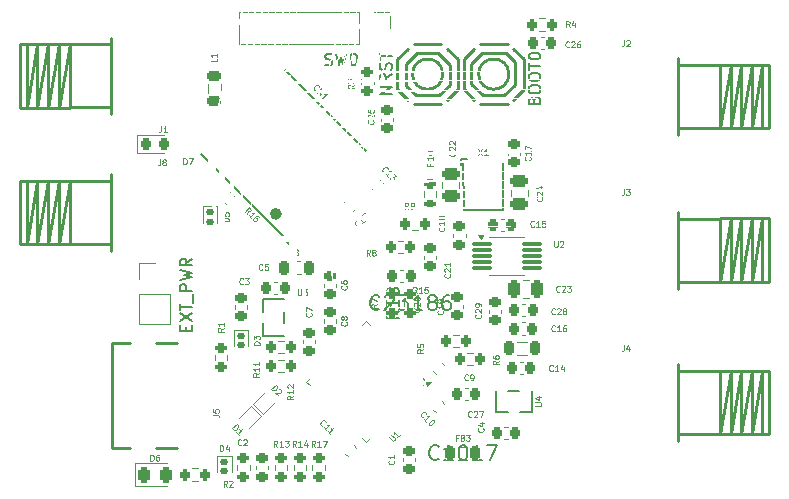
<source format=gbr>
%TF.GenerationSoftware,KiCad,Pcbnew,8.0.4*%
%TF.CreationDate,2024-10-01T01:20:39+08:00*%
%TF.ProjectId,usb_si5351_gpsdo,7573625f-7369-4353-9335-315f67707364,rev?*%
%TF.SameCoordinates,Original*%
%TF.FileFunction,Legend,Top*%
%TF.FilePolarity,Positive*%
%FSLAX46Y46*%
G04 Gerber Fmt 4.6, Leading zero omitted, Abs format (unit mm)*
G04 Created by KiCad (PCBNEW 8.0.4) date 2024-10-01 01:20:39*
%MOMM*%
%LPD*%
G01*
G04 APERTURE LIST*
G04 Aperture macros list*
%AMRoundRect*
0 Rectangle with rounded corners*
0 $1 Rounding radius*
0 $2 $3 $4 $5 $6 $7 $8 $9 X,Y pos of 4 corners*
0 Add a 4 corners polygon primitive as box body*
4,1,4,$2,$3,$4,$5,$6,$7,$8,$9,$2,$3,0*
0 Add four circle primitives for the rounded corners*
1,1,$1+$1,$2,$3*
1,1,$1+$1,$4,$5*
1,1,$1+$1,$6,$7*
1,1,$1+$1,$8,$9*
0 Add four rect primitives between the rounded corners*
20,1,$1+$1,$2,$3,$4,$5,0*
20,1,$1+$1,$4,$5,$6,$7,0*
20,1,$1+$1,$6,$7,$8,$9,0*
20,1,$1+$1,$8,$9,$2,$3,0*%
%AMRotRect*
0 Rectangle, with rotation*
0 The origin of the aperture is its center*
0 $1 length*
0 $2 width*
0 $3 Rotation angle, in degrees counterclockwise*
0 Add horizontal line*
21,1,$1,$2,0,0,$3*%
%AMFreePoly0*
4,1,119,0.522361,0.454721,0.531803,0.450001,0.570000,0.450000,0.585811,0.447435,0.608113,0.440000,0.620000,0.440000,0.635811,0.437434,0.665811,0.427434,0.672361,0.424721,0.712361,0.404721,0.725355,0.395355,0.739617,0.381093,0.752361,0.374721,0.765355,0.365355,0.779617,0.351093,0.792361,0.344721,0.805355,0.335355,0.845355,0.295355,0.854721,0.282360,0.861093,0.269617,
0.875355,0.255355,0.884721,0.242361,0.904721,0.202361,0.907434,0.195811,0.916310,0.169182,0.924721,0.152361,0.927434,0.145811,0.937434,0.115811,0.940000,0.100000,0.940000,0.068113,0.947434,0.045811,0.950000,0.030000,0.950000,-0.020001,0.947434,-0.035811,0.939999,-0.058113,0.940000,-0.090000,0.937434,-0.105811,0.927434,-0.135811,0.924721,-0.142361,0.916310,-0.159182,
0.907434,-0.185811,0.904721,-0.192361,0.884721,-0.232361,0.875355,-0.245355,0.861093,-0.259617,0.854721,-0.272361,0.845355,-0.285355,0.805355,-0.325355,0.792361,-0.334721,0.779617,-0.341093,0.765355,-0.355355,0.752361,-0.364721,0.739617,-0.371093,0.725355,-0.385356,0.712361,-0.394721,0.672361,-0.414721,0.665811,-0.417434,0.635811,-0.427434,0.620000,-0.430000,0.608113,-0.430000,
0.585810,-0.437434,0.570000,-0.440000,-0.580000,-0.440000,-0.602361,-0.434721,-0.611803,-0.430000,-0.630000,-0.430000,-0.652361,-0.424721,-0.712361,-0.394721,-0.717735,-0.391603,-0.745149,-0.373327,-0.762361,-0.364721,-0.775355,-0.355355,-0.789617,-0.341093,-0.802360,-0.334721,-0.824721,-0.312361,-0.831093,-0.299617,-0.865355,-0.265355,-0.874721,-0.252361,-0.904721,-0.192361,-0.907434,-0.185811,
-0.916310,-0.159182,-0.924721,-0.142361,-0.927434,-0.135811,-0.937434,-0.105811,-0.940000,-0.090000,-0.940000,-0.081803,-0.944722,-0.072361,-0.950000,-0.050000,-0.950000,0.060000,-0.944722,0.082361,-0.940000,0.091803,-0.940000,0.100000,-0.937434,0.115811,-0.927434,0.145811,-0.924721,0.152361,-0.916310,0.169182,-0.907434,0.195811,-0.904721,0.202361,-0.874721,0.262361,-0.865355,0.275355,
-0.831093,0.309617,-0.824721,0.322361,-0.802360,0.344721,-0.789617,0.351093,-0.775355,0.365355,-0.762361,0.374721,-0.745149,0.383327,-0.717735,0.401603,-0.712361,0.404721,-0.652361,0.434721,-0.630000,0.440000,-0.611803,0.440000,-0.602361,0.444721,-0.580000,0.450000,-0.538113,0.450000,-0.515811,0.457434,-0.500000,0.460001,0.500000,0.460001,0.522361,0.454721,0.522361,0.454721,
$1*%
G04 Aperture macros list end*
%ADD10C,0.150000*%
%ADD11C,0.075000*%
%ADD12C,0.120000*%
%ADD13C,0.250000*%
%ADD14C,0.100000*%
%ADD15C,0.500000*%
%ADD16RoundRect,0.200000X0.275000X-0.200000X0.275000X0.200000X-0.275000X0.200000X-0.275000X-0.200000X0*%
%ADD17RoundRect,0.225000X-0.225000X-0.250000X0.225000X-0.250000X0.225000X0.250000X-0.225000X0.250000X0*%
%ADD18RoundRect,0.225000X-0.335876X-0.017678X-0.017678X-0.335876X0.335876X0.017678X0.017678X0.335876X0*%
%ADD19RoundRect,0.218750X0.218750X0.381250X-0.218750X0.381250X-0.218750X-0.381250X0.218750X-0.381250X0*%
%ADD20RoundRect,0.225000X0.017678X-0.335876X0.335876X-0.017678X-0.017678X0.335876X-0.335876X0.017678X0*%
%ADD21RoundRect,0.250000X-0.250000X-0.475000X0.250000X-0.475000X0.250000X0.475000X-0.250000X0.475000X0*%
%ADD22RoundRect,0.218750X0.381250X-0.218750X0.381250X0.218750X-0.381250X0.218750X-0.381250X-0.218750X0*%
%ADD23R,1.200000X1.400000*%
%ADD24RoundRect,0.225000X0.250000X-0.225000X0.250000X0.225000X-0.250000X0.225000X-0.250000X-0.225000X0*%
%ADD25R,4.800000X1.200000*%
%ADD26RoundRect,0.125000X-0.225000X0.125000X-0.225000X-0.125000X0.225000X-0.125000X0.225000X0.125000X0*%
%ADD27RoundRect,0.200000X-0.275000X0.200000X-0.275000X-0.200000X0.275000X-0.200000X0.275000X0.200000X0*%
%ADD28C,0.650000*%
%ADD29R,1.150000X0.600000*%
%ADD30R,1.150000X0.300000*%
%ADD31O,2.100000X1.000000*%
%ADD32O,1.800000X1.000000*%
%ADD33RoundRect,0.225000X-0.250000X0.225000X-0.250000X-0.225000X0.250000X-0.225000X0.250000X0.225000X0*%
%ADD34FreePoly0,135.000000*%
%ADD35RoundRect,0.200000X0.200000X0.275000X-0.200000X0.275000X-0.200000X-0.275000X0.200000X-0.275000X0*%
%ADD36R,1.000000X1.700000*%
%ADD37RoundRect,0.250000X0.475000X-0.250000X0.475000X0.250000X-0.475000X0.250000X-0.475000X-0.250000X0*%
%ADD38RoundRect,0.218750X-0.218750X-0.256250X0.218750X-0.256250X0.218750X0.256250X-0.218750X0.256250X0*%
%ADD39R,0.600000X1.070000*%
%ADD40RoundRect,0.200000X-0.200000X-0.275000X0.200000X-0.275000X0.200000X0.275000X-0.200000X0.275000X0*%
%ADD41RoundRect,0.225000X0.225000X0.250000X-0.225000X0.250000X-0.225000X-0.250000X0.225000X-0.250000X0*%
%ADD42R,1.700000X1.700000*%
%ADD43O,1.700000X1.700000*%
%ADD44RoundRect,0.125000X-0.070711X0.247487X-0.247487X0.070711X0.070711X-0.247487X0.247487X-0.070711X0*%
%ADD45RoundRect,0.200000X-0.335876X-0.053033X-0.053033X-0.335876X0.335876X0.053033X0.053033X0.335876X0*%
%ADD46RoundRect,0.125000X0.070711X-0.247487X0.247487X-0.070711X-0.070711X0.247487X-0.247487X0.070711X0*%
%ADD47RoundRect,0.062500X0.220971X0.309359X-0.309359X-0.220971X-0.220971X-0.309359X0.309359X0.220971X0*%
%ADD48RoundRect,0.062500X-0.220971X0.309359X-0.309359X0.220971X0.220971X-0.309359X0.309359X-0.220971X0*%
%ADD49RotRect,5.600000X5.600000X225.000000*%
%ADD50RoundRect,0.087500X-0.725000X-0.087500X0.725000X-0.087500X0.725000X0.087500X-0.725000X0.087500X0*%
%ADD51R,1.070000X0.600000*%
%ADD52RoundRect,0.243750X-0.243750X-0.456250X0.243750X-0.456250X0.243750X0.456250X-0.243750X0.456250X0*%
%ADD53RoundRect,0.250000X-0.475000X0.250000X-0.475000X-0.250000X0.475000X-0.250000X0.475000X0.250000X0*%
G04 APERTURE END LIST*
D10*
X162874819Y-106142857D02*
X162398628Y-106476190D01*
X162874819Y-106714285D02*
X161874819Y-106714285D01*
X161874819Y-106714285D02*
X161874819Y-106333333D01*
X161874819Y-106333333D02*
X161922438Y-106238095D01*
X161922438Y-106238095D02*
X161970057Y-106190476D01*
X161970057Y-106190476D02*
X162065295Y-106142857D01*
X162065295Y-106142857D02*
X162208152Y-106142857D01*
X162208152Y-106142857D02*
X162303390Y-106190476D01*
X162303390Y-106190476D02*
X162351009Y-106238095D01*
X162351009Y-106238095D02*
X162398628Y-106333333D01*
X162398628Y-106333333D02*
X162398628Y-106714285D01*
X162874819Y-105190476D02*
X162874819Y-105761904D01*
X162874819Y-105476190D02*
X161874819Y-105476190D01*
X161874819Y-105476190D02*
X162017676Y-105571428D01*
X162017676Y-105571428D02*
X162112914Y-105666666D01*
X162112914Y-105666666D02*
X162160533Y-105761904D01*
X162303390Y-104619047D02*
X162255771Y-104714285D01*
X162255771Y-104714285D02*
X162208152Y-104761904D01*
X162208152Y-104761904D02*
X162112914Y-104809523D01*
X162112914Y-104809523D02*
X162065295Y-104809523D01*
X162065295Y-104809523D02*
X161970057Y-104761904D01*
X161970057Y-104761904D02*
X161922438Y-104714285D01*
X161922438Y-104714285D02*
X161874819Y-104619047D01*
X161874819Y-104619047D02*
X161874819Y-104428571D01*
X161874819Y-104428571D02*
X161922438Y-104333333D01*
X161922438Y-104333333D02*
X161970057Y-104285714D01*
X161970057Y-104285714D02*
X162065295Y-104238095D01*
X162065295Y-104238095D02*
X162112914Y-104238095D01*
X162112914Y-104238095D02*
X162208152Y-104285714D01*
X162208152Y-104285714D02*
X162255771Y-104333333D01*
X162255771Y-104333333D02*
X162303390Y-104428571D01*
X162303390Y-104428571D02*
X162303390Y-104619047D01*
X162303390Y-104619047D02*
X162351009Y-104714285D01*
X162351009Y-104714285D02*
X162398628Y-104761904D01*
X162398628Y-104761904D02*
X162493866Y-104809523D01*
X162493866Y-104809523D02*
X162684342Y-104809523D01*
X162684342Y-104809523D02*
X162779580Y-104761904D01*
X162779580Y-104761904D02*
X162827200Y-104714285D01*
X162827200Y-104714285D02*
X162874819Y-104619047D01*
X162874819Y-104619047D02*
X162874819Y-104428571D01*
X162874819Y-104428571D02*
X162827200Y-104333333D01*
X162827200Y-104333333D02*
X162779580Y-104285714D01*
X162779580Y-104285714D02*
X162684342Y-104238095D01*
X162684342Y-104238095D02*
X162493866Y-104238095D01*
X162493866Y-104238095D02*
X162398628Y-104285714D01*
X162398628Y-104285714D02*
X162351009Y-104333333D01*
X162351009Y-104333333D02*
X162303390Y-104428571D01*
X161219285Y-105958773D02*
X161158809Y-106019250D01*
X161158809Y-106019250D02*
X160977380Y-106079726D01*
X160977380Y-106079726D02*
X160856428Y-106079726D01*
X160856428Y-106079726D02*
X160674999Y-106019250D01*
X160674999Y-106019250D02*
X160554047Y-105898297D01*
X160554047Y-105898297D02*
X160493570Y-105777345D01*
X160493570Y-105777345D02*
X160433094Y-105535440D01*
X160433094Y-105535440D02*
X160433094Y-105354011D01*
X160433094Y-105354011D02*
X160493570Y-105112107D01*
X160493570Y-105112107D02*
X160554047Y-104991154D01*
X160554047Y-104991154D02*
X160674999Y-104870202D01*
X160674999Y-104870202D02*
X160856428Y-104809726D01*
X160856428Y-104809726D02*
X160977380Y-104809726D01*
X160977380Y-104809726D02*
X161158809Y-104870202D01*
X161158809Y-104870202D02*
X161219285Y-104930678D01*
X161703094Y-104930678D02*
X161763570Y-104870202D01*
X161763570Y-104870202D02*
X161884523Y-104809726D01*
X161884523Y-104809726D02*
X162186904Y-104809726D01*
X162186904Y-104809726D02*
X162307856Y-104870202D01*
X162307856Y-104870202D02*
X162368332Y-104930678D01*
X162368332Y-104930678D02*
X162428809Y-105051630D01*
X162428809Y-105051630D02*
X162428809Y-105172583D01*
X162428809Y-105172583D02*
X162368332Y-105354011D01*
X162368332Y-105354011D02*
X161642618Y-106079726D01*
X161642618Y-106079726D02*
X162428809Y-106079726D01*
X162852142Y-104809726D02*
X163638333Y-104809726D01*
X163638333Y-104809726D02*
X163214999Y-105293535D01*
X163214999Y-105293535D02*
X163396428Y-105293535D01*
X163396428Y-105293535D02*
X163517380Y-105354011D01*
X163517380Y-105354011D02*
X163577856Y-105414488D01*
X163577856Y-105414488D02*
X163638333Y-105535440D01*
X163638333Y-105535440D02*
X163638333Y-105837821D01*
X163638333Y-105837821D02*
X163577856Y-105958773D01*
X163577856Y-105958773D02*
X163517380Y-106019250D01*
X163517380Y-106019250D02*
X163396428Y-106079726D01*
X163396428Y-106079726D02*
X163033571Y-106079726D01*
X163033571Y-106079726D02*
X162912618Y-106019250D01*
X162912618Y-106019250D02*
X162852142Y-105958773D01*
X164847857Y-106079726D02*
X164122142Y-106079726D01*
X164484999Y-106079726D02*
X164484999Y-104809726D01*
X164484999Y-104809726D02*
X164364047Y-104991154D01*
X164364047Y-104991154D02*
X164243095Y-105112107D01*
X164243095Y-105112107D02*
X164122142Y-105172583D01*
X165573571Y-105354011D02*
X165452619Y-105293535D01*
X165452619Y-105293535D02*
X165392142Y-105233059D01*
X165392142Y-105233059D02*
X165331666Y-105112107D01*
X165331666Y-105112107D02*
X165331666Y-105051630D01*
X165331666Y-105051630D02*
X165392142Y-104930678D01*
X165392142Y-104930678D02*
X165452619Y-104870202D01*
X165452619Y-104870202D02*
X165573571Y-104809726D01*
X165573571Y-104809726D02*
X165815476Y-104809726D01*
X165815476Y-104809726D02*
X165936428Y-104870202D01*
X165936428Y-104870202D02*
X165996904Y-104930678D01*
X165996904Y-104930678D02*
X166057381Y-105051630D01*
X166057381Y-105051630D02*
X166057381Y-105112107D01*
X166057381Y-105112107D02*
X165996904Y-105233059D01*
X165996904Y-105233059D02*
X165936428Y-105293535D01*
X165936428Y-105293535D02*
X165815476Y-105354011D01*
X165815476Y-105354011D02*
X165573571Y-105354011D01*
X165573571Y-105354011D02*
X165452619Y-105414488D01*
X165452619Y-105414488D02*
X165392142Y-105474964D01*
X165392142Y-105474964D02*
X165331666Y-105595916D01*
X165331666Y-105595916D02*
X165331666Y-105837821D01*
X165331666Y-105837821D02*
X165392142Y-105958773D01*
X165392142Y-105958773D02*
X165452619Y-106019250D01*
X165452619Y-106019250D02*
X165573571Y-106079726D01*
X165573571Y-106079726D02*
X165815476Y-106079726D01*
X165815476Y-106079726D02*
X165936428Y-106019250D01*
X165936428Y-106019250D02*
X165996904Y-105958773D01*
X165996904Y-105958773D02*
X166057381Y-105837821D01*
X166057381Y-105837821D02*
X166057381Y-105595916D01*
X166057381Y-105595916D02*
X165996904Y-105474964D01*
X165996904Y-105474964D02*
X165936428Y-105414488D01*
X165936428Y-105414488D02*
X165815476Y-105354011D01*
X167145952Y-104809726D02*
X166904047Y-104809726D01*
X166904047Y-104809726D02*
X166783095Y-104870202D01*
X166783095Y-104870202D02*
X166722619Y-104930678D01*
X166722619Y-104930678D02*
X166601666Y-105112107D01*
X166601666Y-105112107D02*
X166541190Y-105354011D01*
X166541190Y-105354011D02*
X166541190Y-105837821D01*
X166541190Y-105837821D02*
X166601666Y-105958773D01*
X166601666Y-105958773D02*
X166662143Y-106019250D01*
X166662143Y-106019250D02*
X166783095Y-106079726D01*
X166783095Y-106079726D02*
X167025000Y-106079726D01*
X167025000Y-106079726D02*
X167145952Y-106019250D01*
X167145952Y-106019250D02*
X167206428Y-105958773D01*
X167206428Y-105958773D02*
X167266905Y-105837821D01*
X167266905Y-105837821D02*
X167266905Y-105535440D01*
X167266905Y-105535440D02*
X167206428Y-105414488D01*
X167206428Y-105414488D02*
X167145952Y-105354011D01*
X167145952Y-105354011D02*
X167025000Y-105293535D01*
X167025000Y-105293535D02*
X166783095Y-105293535D01*
X166783095Y-105293535D02*
X166662143Y-105354011D01*
X166662143Y-105354011D02*
X166601666Y-105414488D01*
X166601666Y-105414488D02*
X166541190Y-105535440D01*
D11*
X155778571Y-117627409D02*
X155611905Y-117389314D01*
X155492857Y-117627409D02*
X155492857Y-117127409D01*
X155492857Y-117127409D02*
X155683333Y-117127409D01*
X155683333Y-117127409D02*
X155730952Y-117151219D01*
X155730952Y-117151219D02*
X155754762Y-117175028D01*
X155754762Y-117175028D02*
X155778571Y-117222647D01*
X155778571Y-117222647D02*
X155778571Y-117294076D01*
X155778571Y-117294076D02*
X155754762Y-117341695D01*
X155754762Y-117341695D02*
X155730952Y-117365504D01*
X155730952Y-117365504D02*
X155683333Y-117389314D01*
X155683333Y-117389314D02*
X155492857Y-117389314D01*
X156254762Y-117627409D02*
X155969048Y-117627409D01*
X156111905Y-117627409D02*
X156111905Y-117127409D01*
X156111905Y-117127409D02*
X156064286Y-117198838D01*
X156064286Y-117198838D02*
X156016667Y-117246457D01*
X156016667Y-117246457D02*
X155969048Y-117270266D01*
X156421428Y-117127409D02*
X156754761Y-117127409D01*
X156754761Y-117127409D02*
X156540476Y-117627409D01*
X169028571Y-115079790D02*
X169004762Y-115103600D01*
X169004762Y-115103600D02*
X168933333Y-115127409D01*
X168933333Y-115127409D02*
X168885714Y-115127409D01*
X168885714Y-115127409D02*
X168814286Y-115103600D01*
X168814286Y-115103600D02*
X168766667Y-115055980D01*
X168766667Y-115055980D02*
X168742857Y-115008361D01*
X168742857Y-115008361D02*
X168719048Y-114913123D01*
X168719048Y-114913123D02*
X168719048Y-114841695D01*
X168719048Y-114841695D02*
X168742857Y-114746457D01*
X168742857Y-114746457D02*
X168766667Y-114698838D01*
X168766667Y-114698838D02*
X168814286Y-114651219D01*
X168814286Y-114651219D02*
X168885714Y-114627409D01*
X168885714Y-114627409D02*
X168933333Y-114627409D01*
X168933333Y-114627409D02*
X169004762Y-114651219D01*
X169004762Y-114651219D02*
X169028571Y-114675028D01*
X169219048Y-114675028D02*
X169242857Y-114651219D01*
X169242857Y-114651219D02*
X169290476Y-114627409D01*
X169290476Y-114627409D02*
X169409524Y-114627409D01*
X169409524Y-114627409D02*
X169457143Y-114651219D01*
X169457143Y-114651219D02*
X169480952Y-114675028D01*
X169480952Y-114675028D02*
X169504762Y-114722647D01*
X169504762Y-114722647D02*
X169504762Y-114770266D01*
X169504762Y-114770266D02*
X169480952Y-114841695D01*
X169480952Y-114841695D02*
X169195238Y-115127409D01*
X169195238Y-115127409D02*
X169504762Y-115127409D01*
X169671428Y-114627409D02*
X170004761Y-114627409D01*
X170004761Y-114627409D02*
X169790476Y-115127409D01*
X168716666Y-111979790D02*
X168692857Y-112003600D01*
X168692857Y-112003600D02*
X168621428Y-112027409D01*
X168621428Y-112027409D02*
X168573809Y-112027409D01*
X168573809Y-112027409D02*
X168502381Y-112003600D01*
X168502381Y-112003600D02*
X168454762Y-111955980D01*
X168454762Y-111955980D02*
X168430952Y-111908361D01*
X168430952Y-111908361D02*
X168407143Y-111813123D01*
X168407143Y-111813123D02*
X168407143Y-111741695D01*
X168407143Y-111741695D02*
X168430952Y-111646457D01*
X168430952Y-111646457D02*
X168454762Y-111598838D01*
X168454762Y-111598838D02*
X168502381Y-111551219D01*
X168502381Y-111551219D02*
X168573809Y-111527409D01*
X168573809Y-111527409D02*
X168621428Y-111527409D01*
X168621428Y-111527409D02*
X168692857Y-111551219D01*
X168692857Y-111551219D02*
X168716666Y-111575028D01*
X168954762Y-112027409D02*
X169050000Y-112027409D01*
X169050000Y-112027409D02*
X169097619Y-112003600D01*
X169097619Y-112003600D02*
X169121428Y-111979790D01*
X169121428Y-111979790D02*
X169169047Y-111908361D01*
X169169047Y-111908361D02*
X169192857Y-111813123D01*
X169192857Y-111813123D02*
X169192857Y-111622647D01*
X169192857Y-111622647D02*
X169169047Y-111575028D01*
X169169047Y-111575028D02*
X169145238Y-111551219D01*
X169145238Y-111551219D02*
X169097619Y-111527409D01*
X169097619Y-111527409D02*
X169002381Y-111527409D01*
X169002381Y-111527409D02*
X168954762Y-111551219D01*
X168954762Y-111551219D02*
X168930952Y-111575028D01*
X168930952Y-111575028D02*
X168907143Y-111622647D01*
X168907143Y-111622647D02*
X168907143Y-111741695D01*
X168907143Y-111741695D02*
X168930952Y-111789314D01*
X168930952Y-111789314D02*
X168954762Y-111813123D01*
X168954762Y-111813123D02*
X169002381Y-111836933D01*
X169002381Y-111836933D02*
X169097619Y-111836933D01*
X169097619Y-111836933D02*
X169145238Y-111813123D01*
X169145238Y-111813123D02*
X169169047Y-111789314D01*
X169169047Y-111789314D02*
X169192857Y-111741695D01*
X167845834Y-116865504D02*
X167679167Y-116865504D01*
X167679167Y-117127409D02*
X167679167Y-116627409D01*
X167679167Y-116627409D02*
X167917262Y-116627409D01*
X168274405Y-116865504D02*
X168345833Y-116889314D01*
X168345833Y-116889314D02*
X168369643Y-116913123D01*
X168369643Y-116913123D02*
X168393452Y-116960742D01*
X168393452Y-116960742D02*
X168393452Y-117032171D01*
X168393452Y-117032171D02*
X168369643Y-117079790D01*
X168369643Y-117079790D02*
X168345833Y-117103600D01*
X168345833Y-117103600D02*
X168298214Y-117127409D01*
X168298214Y-117127409D02*
X168107738Y-117127409D01*
X168107738Y-117127409D02*
X168107738Y-116627409D01*
X168107738Y-116627409D02*
X168274405Y-116627409D01*
X168274405Y-116627409D02*
X168322024Y-116651219D01*
X168322024Y-116651219D02*
X168345833Y-116675028D01*
X168345833Y-116675028D02*
X168369643Y-116722647D01*
X168369643Y-116722647D02*
X168369643Y-116770266D01*
X168369643Y-116770266D02*
X168345833Y-116817885D01*
X168345833Y-116817885D02*
X168322024Y-116841695D01*
X168322024Y-116841695D02*
X168274405Y-116865504D01*
X168274405Y-116865504D02*
X168107738Y-116865504D01*
X168560119Y-116627409D02*
X168869643Y-116627409D01*
X168869643Y-116627409D02*
X168702976Y-116817885D01*
X168702976Y-116817885D02*
X168774405Y-116817885D01*
X168774405Y-116817885D02*
X168822024Y-116841695D01*
X168822024Y-116841695D02*
X168845833Y-116865504D01*
X168845833Y-116865504D02*
X168869643Y-116913123D01*
X168869643Y-116913123D02*
X168869643Y-117032171D01*
X168869643Y-117032171D02*
X168845833Y-117079790D01*
X168845833Y-117079790D02*
X168822024Y-117103600D01*
X168822024Y-117103600D02*
X168774405Y-117127409D01*
X168774405Y-117127409D02*
X168631548Y-117127409D01*
X168631548Y-117127409D02*
X168583929Y-117103600D01*
X168583929Y-117103600D02*
X168560119Y-117079790D01*
D10*
X166236547Y-118658773D02*
X166176071Y-118719250D01*
X166176071Y-118719250D02*
X165994642Y-118779726D01*
X165994642Y-118779726D02*
X165873690Y-118779726D01*
X165873690Y-118779726D02*
X165692261Y-118719250D01*
X165692261Y-118719250D02*
X165571309Y-118598297D01*
X165571309Y-118598297D02*
X165510832Y-118477345D01*
X165510832Y-118477345D02*
X165450356Y-118235440D01*
X165450356Y-118235440D02*
X165450356Y-118054011D01*
X165450356Y-118054011D02*
X165510832Y-117812107D01*
X165510832Y-117812107D02*
X165571309Y-117691154D01*
X165571309Y-117691154D02*
X165692261Y-117570202D01*
X165692261Y-117570202D02*
X165873690Y-117509726D01*
X165873690Y-117509726D02*
X165994642Y-117509726D01*
X165994642Y-117509726D02*
X166176071Y-117570202D01*
X166176071Y-117570202D02*
X166236547Y-117630678D01*
X167446071Y-118779726D02*
X166720356Y-118779726D01*
X167083213Y-118779726D02*
X167083213Y-117509726D01*
X167083213Y-117509726D02*
X166962261Y-117691154D01*
X166962261Y-117691154D02*
X166841309Y-117812107D01*
X166841309Y-117812107D02*
X166720356Y-117872583D01*
X168232261Y-117509726D02*
X168353214Y-117509726D01*
X168353214Y-117509726D02*
X168474166Y-117570202D01*
X168474166Y-117570202D02*
X168534642Y-117630678D01*
X168534642Y-117630678D02*
X168595118Y-117751630D01*
X168595118Y-117751630D02*
X168655595Y-117993535D01*
X168655595Y-117993535D02*
X168655595Y-118295916D01*
X168655595Y-118295916D02*
X168595118Y-118537821D01*
X168595118Y-118537821D02*
X168534642Y-118658773D01*
X168534642Y-118658773D02*
X168474166Y-118719250D01*
X168474166Y-118719250D02*
X168353214Y-118779726D01*
X168353214Y-118779726D02*
X168232261Y-118779726D01*
X168232261Y-118779726D02*
X168111309Y-118719250D01*
X168111309Y-118719250D02*
X168050833Y-118658773D01*
X168050833Y-118658773D02*
X167990356Y-118537821D01*
X167990356Y-118537821D02*
X167929880Y-118295916D01*
X167929880Y-118295916D02*
X167929880Y-117993535D01*
X167929880Y-117993535D02*
X167990356Y-117751630D01*
X167990356Y-117751630D02*
X168050833Y-117630678D01*
X168050833Y-117630678D02*
X168111309Y-117570202D01*
X168111309Y-117570202D02*
X168232261Y-117509726D01*
X169865119Y-118779726D02*
X169139404Y-118779726D01*
X169502261Y-118779726D02*
X169502261Y-117509726D01*
X169502261Y-117509726D02*
X169381309Y-117691154D01*
X169381309Y-117691154D02*
X169260357Y-117812107D01*
X169260357Y-117812107D02*
X169139404Y-117872583D01*
X170288452Y-117509726D02*
X171135119Y-117509726D01*
X171135119Y-117509726D02*
X170590833Y-118779726D01*
D11*
X159599847Y-98804415D02*
X159599847Y-98838086D01*
X159599847Y-98838086D02*
X159566175Y-98905430D01*
X159566175Y-98905430D02*
X159532503Y-98939102D01*
X159532503Y-98939102D02*
X159465160Y-98972773D01*
X159465160Y-98972773D02*
X159397816Y-98972773D01*
X159397816Y-98972773D02*
X159347308Y-98955937D01*
X159347308Y-98955937D02*
X159263129Y-98905430D01*
X159263129Y-98905430D02*
X159212621Y-98854922D01*
X159212621Y-98854922D02*
X159162114Y-98770743D01*
X159162114Y-98770743D02*
X159145278Y-98720235D01*
X159145278Y-98720235D02*
X159145278Y-98652892D01*
X159145278Y-98652892D02*
X159178950Y-98585548D01*
X159178950Y-98585548D02*
X159212621Y-98551876D01*
X159212621Y-98551876D02*
X159279965Y-98518205D01*
X159279965Y-98518205D02*
X159313637Y-98518205D01*
X159970236Y-98501369D02*
X159768205Y-98703399D01*
X159869221Y-98602384D02*
X159515667Y-98248831D01*
X159515667Y-98248831D02*
X159532503Y-98333010D01*
X159532503Y-98333010D02*
X159532503Y-98400354D01*
X159532503Y-98400354D02*
X159515667Y-98450861D01*
X159785041Y-98046800D02*
X159785041Y-98013129D01*
X159785041Y-98013129D02*
X159801877Y-97962621D01*
X159801877Y-97962621D02*
X159886056Y-97878442D01*
X159886056Y-97878442D02*
X159936564Y-97861606D01*
X159936564Y-97861606D02*
X159970236Y-97861606D01*
X159970236Y-97861606D02*
X160020743Y-97878442D01*
X160020743Y-97878442D02*
X160054415Y-97912113D01*
X160054415Y-97912113D02*
X160088087Y-97979457D01*
X160088087Y-97979457D02*
X160088087Y-98383518D01*
X160088087Y-98383518D02*
X160306953Y-98164652D01*
X176478571Y-104479790D02*
X176454762Y-104503600D01*
X176454762Y-104503600D02*
X176383333Y-104527409D01*
X176383333Y-104527409D02*
X176335714Y-104527409D01*
X176335714Y-104527409D02*
X176264286Y-104503600D01*
X176264286Y-104503600D02*
X176216667Y-104455980D01*
X176216667Y-104455980D02*
X176192857Y-104408361D01*
X176192857Y-104408361D02*
X176169048Y-104313123D01*
X176169048Y-104313123D02*
X176169048Y-104241695D01*
X176169048Y-104241695D02*
X176192857Y-104146457D01*
X176192857Y-104146457D02*
X176216667Y-104098838D01*
X176216667Y-104098838D02*
X176264286Y-104051219D01*
X176264286Y-104051219D02*
X176335714Y-104027409D01*
X176335714Y-104027409D02*
X176383333Y-104027409D01*
X176383333Y-104027409D02*
X176454762Y-104051219D01*
X176454762Y-104051219D02*
X176478571Y-104075028D01*
X176669048Y-104075028D02*
X176692857Y-104051219D01*
X176692857Y-104051219D02*
X176740476Y-104027409D01*
X176740476Y-104027409D02*
X176859524Y-104027409D01*
X176859524Y-104027409D02*
X176907143Y-104051219D01*
X176907143Y-104051219D02*
X176930952Y-104075028D01*
X176930952Y-104075028D02*
X176954762Y-104122647D01*
X176954762Y-104122647D02*
X176954762Y-104170266D01*
X176954762Y-104170266D02*
X176930952Y-104241695D01*
X176930952Y-104241695D02*
X176645238Y-104527409D01*
X176645238Y-104527409D02*
X176954762Y-104527409D01*
X177121428Y-104027409D02*
X177430952Y-104027409D01*
X177430952Y-104027409D02*
X177264285Y-104217885D01*
X177264285Y-104217885D02*
X177335714Y-104217885D01*
X177335714Y-104217885D02*
X177383333Y-104241695D01*
X177383333Y-104241695D02*
X177407142Y-104265504D01*
X177407142Y-104265504D02*
X177430952Y-104313123D01*
X177430952Y-104313123D02*
X177430952Y-104432171D01*
X177430952Y-104432171D02*
X177407142Y-104479790D01*
X177407142Y-104479790D02*
X177383333Y-104503600D01*
X177383333Y-104503600D02*
X177335714Y-104527409D01*
X177335714Y-104527409D02*
X177192857Y-104527409D01*
X177192857Y-104527409D02*
X177145238Y-104503600D01*
X177145238Y-104503600D02*
X177121428Y-104479790D01*
X147427409Y-84783333D02*
X147427409Y-85021428D01*
X147427409Y-85021428D02*
X146927409Y-85021428D01*
X147427409Y-84354761D02*
X147427409Y-84640475D01*
X147427409Y-84497618D02*
X146927409Y-84497618D01*
X146927409Y-84497618D02*
X146998838Y-84545237D01*
X146998838Y-84545237D02*
X147046457Y-84592856D01*
X147046457Y-84592856D02*
X147070266Y-84640475D01*
X174303571Y-98979790D02*
X174279762Y-99003600D01*
X174279762Y-99003600D02*
X174208333Y-99027409D01*
X174208333Y-99027409D02*
X174160714Y-99027409D01*
X174160714Y-99027409D02*
X174089286Y-99003600D01*
X174089286Y-99003600D02*
X174041667Y-98955980D01*
X174041667Y-98955980D02*
X174017857Y-98908361D01*
X174017857Y-98908361D02*
X173994048Y-98813123D01*
X173994048Y-98813123D02*
X173994048Y-98741695D01*
X173994048Y-98741695D02*
X174017857Y-98646457D01*
X174017857Y-98646457D02*
X174041667Y-98598838D01*
X174041667Y-98598838D02*
X174089286Y-98551219D01*
X174089286Y-98551219D02*
X174160714Y-98527409D01*
X174160714Y-98527409D02*
X174208333Y-98527409D01*
X174208333Y-98527409D02*
X174279762Y-98551219D01*
X174279762Y-98551219D02*
X174303571Y-98575028D01*
X174779762Y-99027409D02*
X174494048Y-99027409D01*
X174636905Y-99027409D02*
X174636905Y-98527409D01*
X174636905Y-98527409D02*
X174589286Y-98598838D01*
X174589286Y-98598838D02*
X174541667Y-98646457D01*
X174541667Y-98646457D02*
X174494048Y-98670266D01*
X175232142Y-98527409D02*
X174994047Y-98527409D01*
X174994047Y-98527409D02*
X174970238Y-98765504D01*
X174970238Y-98765504D02*
X174994047Y-98741695D01*
X174994047Y-98741695D02*
X175041666Y-98717885D01*
X175041666Y-98717885D02*
X175160714Y-98717885D01*
X175160714Y-98717885D02*
X175208333Y-98741695D01*
X175208333Y-98741695D02*
X175232142Y-98765504D01*
X175232142Y-98765504D02*
X175255952Y-98813123D01*
X175255952Y-98813123D02*
X175255952Y-98932171D01*
X175255952Y-98932171D02*
X175232142Y-98979790D01*
X175232142Y-98979790D02*
X175208333Y-99003600D01*
X175208333Y-99003600D02*
X175160714Y-99027409D01*
X175160714Y-99027409D02*
X175041666Y-99027409D01*
X175041666Y-99027409D02*
X174994047Y-99003600D01*
X174994047Y-99003600D02*
X174970238Y-98979790D01*
X161027409Y-105583333D02*
X160789314Y-105749999D01*
X161027409Y-105869047D02*
X160527409Y-105869047D01*
X160527409Y-105869047D02*
X160527409Y-105678571D01*
X160527409Y-105678571D02*
X160551219Y-105630952D01*
X160551219Y-105630952D02*
X160575028Y-105607142D01*
X160575028Y-105607142D02*
X160622647Y-105583333D01*
X160622647Y-105583333D02*
X160694076Y-105583333D01*
X160694076Y-105583333D02*
X160741695Y-105607142D01*
X160741695Y-105607142D02*
X160765504Y-105630952D01*
X160765504Y-105630952D02*
X160789314Y-105678571D01*
X160789314Y-105678571D02*
X160789314Y-105869047D01*
X160527409Y-105416666D02*
X160527409Y-105083333D01*
X160527409Y-105083333D02*
X161027409Y-105297618D01*
X169595238Y-92477409D02*
X169928571Y-92977409D01*
X169928571Y-92477409D02*
X169595238Y-92977409D01*
X170380952Y-92977409D02*
X170095238Y-92977409D01*
X170238095Y-92977409D02*
X170238095Y-92477409D01*
X170238095Y-92477409D02*
X170190476Y-92548838D01*
X170190476Y-92548838D02*
X170142857Y-92596457D01*
X170142857Y-92596457D02*
X170095238Y-92620266D01*
X158429790Y-107083333D02*
X158453600Y-107107142D01*
X158453600Y-107107142D02*
X158477409Y-107178571D01*
X158477409Y-107178571D02*
X158477409Y-107226190D01*
X158477409Y-107226190D02*
X158453600Y-107297618D01*
X158453600Y-107297618D02*
X158405980Y-107345237D01*
X158405980Y-107345237D02*
X158358361Y-107369047D01*
X158358361Y-107369047D02*
X158263123Y-107392856D01*
X158263123Y-107392856D02*
X158191695Y-107392856D01*
X158191695Y-107392856D02*
X158096457Y-107369047D01*
X158096457Y-107369047D02*
X158048838Y-107345237D01*
X158048838Y-107345237D02*
X158001219Y-107297618D01*
X158001219Y-107297618D02*
X157977409Y-107226190D01*
X157977409Y-107226190D02*
X157977409Y-107178571D01*
X157977409Y-107178571D02*
X158001219Y-107107142D01*
X158001219Y-107107142D02*
X158025028Y-107083333D01*
X158191695Y-106797618D02*
X158167885Y-106845237D01*
X158167885Y-106845237D02*
X158144076Y-106869047D01*
X158144076Y-106869047D02*
X158096457Y-106892856D01*
X158096457Y-106892856D02*
X158072647Y-106892856D01*
X158072647Y-106892856D02*
X158025028Y-106869047D01*
X158025028Y-106869047D02*
X158001219Y-106845237D01*
X158001219Y-106845237D02*
X157977409Y-106797618D01*
X157977409Y-106797618D02*
X157977409Y-106702380D01*
X157977409Y-106702380D02*
X158001219Y-106654761D01*
X158001219Y-106654761D02*
X158025028Y-106630952D01*
X158025028Y-106630952D02*
X158072647Y-106607142D01*
X158072647Y-106607142D02*
X158096457Y-106607142D01*
X158096457Y-106607142D02*
X158144076Y-106630952D01*
X158144076Y-106630952D02*
X158167885Y-106654761D01*
X158167885Y-106654761D02*
X158191695Y-106702380D01*
X158191695Y-106702380D02*
X158191695Y-106797618D01*
X158191695Y-106797618D02*
X158215504Y-106845237D01*
X158215504Y-106845237D02*
X158239314Y-106869047D01*
X158239314Y-106869047D02*
X158286933Y-106892856D01*
X158286933Y-106892856D02*
X158382171Y-106892856D01*
X158382171Y-106892856D02*
X158429790Y-106869047D01*
X158429790Y-106869047D02*
X158453600Y-106845237D01*
X158453600Y-106845237D02*
X158477409Y-106797618D01*
X158477409Y-106797618D02*
X158477409Y-106702380D01*
X158477409Y-106702380D02*
X158453600Y-106654761D01*
X158453600Y-106654761D02*
X158429790Y-106630952D01*
X158429790Y-106630952D02*
X158382171Y-106607142D01*
X158382171Y-106607142D02*
X158286933Y-106607142D01*
X158286933Y-106607142D02*
X158239314Y-106630952D01*
X158239314Y-106630952D02*
X158215504Y-106654761D01*
X158215504Y-106654761D02*
X158191695Y-106702380D01*
X142633333Y-93327409D02*
X142633333Y-93684552D01*
X142633333Y-93684552D02*
X142609524Y-93755980D01*
X142609524Y-93755980D02*
X142561905Y-93803600D01*
X142561905Y-93803600D02*
X142490476Y-93827409D01*
X142490476Y-93827409D02*
X142442857Y-93827409D01*
X142942857Y-93541695D02*
X142895238Y-93517885D01*
X142895238Y-93517885D02*
X142871428Y-93494076D01*
X142871428Y-93494076D02*
X142847619Y-93446457D01*
X142847619Y-93446457D02*
X142847619Y-93422647D01*
X142847619Y-93422647D02*
X142871428Y-93375028D01*
X142871428Y-93375028D02*
X142895238Y-93351219D01*
X142895238Y-93351219D02*
X142942857Y-93327409D01*
X142942857Y-93327409D02*
X143038095Y-93327409D01*
X143038095Y-93327409D02*
X143085714Y-93351219D01*
X143085714Y-93351219D02*
X143109523Y-93375028D01*
X143109523Y-93375028D02*
X143133333Y-93422647D01*
X143133333Y-93422647D02*
X143133333Y-93446457D01*
X143133333Y-93446457D02*
X143109523Y-93494076D01*
X143109523Y-93494076D02*
X143085714Y-93517885D01*
X143085714Y-93517885D02*
X143038095Y-93541695D01*
X143038095Y-93541695D02*
X142942857Y-93541695D01*
X142942857Y-93541695D02*
X142895238Y-93565504D01*
X142895238Y-93565504D02*
X142871428Y-93589314D01*
X142871428Y-93589314D02*
X142847619Y-93636933D01*
X142847619Y-93636933D02*
X142847619Y-93732171D01*
X142847619Y-93732171D02*
X142871428Y-93779790D01*
X142871428Y-93779790D02*
X142895238Y-93803600D01*
X142895238Y-93803600D02*
X142942857Y-93827409D01*
X142942857Y-93827409D02*
X143038095Y-93827409D01*
X143038095Y-93827409D02*
X143085714Y-93803600D01*
X143085714Y-93803600D02*
X143109523Y-93779790D01*
X143109523Y-93779790D02*
X143133333Y-93732171D01*
X143133333Y-93732171D02*
X143133333Y-93636933D01*
X143133333Y-93636933D02*
X143109523Y-93589314D01*
X143109523Y-93589314D02*
X143085714Y-93565504D01*
X143085714Y-93565504D02*
X143038095Y-93541695D01*
X149666666Y-103829790D02*
X149642857Y-103853600D01*
X149642857Y-103853600D02*
X149571428Y-103877409D01*
X149571428Y-103877409D02*
X149523809Y-103877409D01*
X149523809Y-103877409D02*
X149452381Y-103853600D01*
X149452381Y-103853600D02*
X149404762Y-103805980D01*
X149404762Y-103805980D02*
X149380952Y-103758361D01*
X149380952Y-103758361D02*
X149357143Y-103663123D01*
X149357143Y-103663123D02*
X149357143Y-103591695D01*
X149357143Y-103591695D02*
X149380952Y-103496457D01*
X149380952Y-103496457D02*
X149404762Y-103448838D01*
X149404762Y-103448838D02*
X149452381Y-103401219D01*
X149452381Y-103401219D02*
X149523809Y-103377409D01*
X149523809Y-103377409D02*
X149571428Y-103377409D01*
X149571428Y-103377409D02*
X149642857Y-103401219D01*
X149642857Y-103401219D02*
X149666666Y-103425028D01*
X149833333Y-103377409D02*
X150142857Y-103377409D01*
X150142857Y-103377409D02*
X149976190Y-103567885D01*
X149976190Y-103567885D02*
X150047619Y-103567885D01*
X150047619Y-103567885D02*
X150095238Y-103591695D01*
X150095238Y-103591695D02*
X150119047Y-103615504D01*
X150119047Y-103615504D02*
X150142857Y-103663123D01*
X150142857Y-103663123D02*
X150142857Y-103782171D01*
X150142857Y-103782171D02*
X150119047Y-103829790D01*
X150119047Y-103829790D02*
X150095238Y-103853600D01*
X150095238Y-103853600D02*
X150047619Y-103877409D01*
X150047619Y-103877409D02*
X149904762Y-103877409D01*
X149904762Y-103877409D02*
X149857143Y-103853600D01*
X149857143Y-103853600D02*
X149833333Y-103829790D01*
X151077409Y-109019047D02*
X150577409Y-109019047D01*
X150577409Y-109019047D02*
X150577409Y-108899999D01*
X150577409Y-108899999D02*
X150601219Y-108828571D01*
X150601219Y-108828571D02*
X150648838Y-108780952D01*
X150648838Y-108780952D02*
X150696457Y-108757142D01*
X150696457Y-108757142D02*
X150791695Y-108733333D01*
X150791695Y-108733333D02*
X150863123Y-108733333D01*
X150863123Y-108733333D02*
X150958361Y-108757142D01*
X150958361Y-108757142D02*
X151005980Y-108780952D01*
X151005980Y-108780952D02*
X151053600Y-108828571D01*
X151053600Y-108828571D02*
X151077409Y-108899999D01*
X151077409Y-108899999D02*
X151077409Y-109019047D01*
X150577409Y-108566666D02*
X150577409Y-108257142D01*
X150577409Y-108257142D02*
X150767885Y-108423809D01*
X150767885Y-108423809D02*
X150767885Y-108352380D01*
X150767885Y-108352380D02*
X150791695Y-108304761D01*
X150791695Y-108304761D02*
X150815504Y-108280952D01*
X150815504Y-108280952D02*
X150863123Y-108257142D01*
X150863123Y-108257142D02*
X150982171Y-108257142D01*
X150982171Y-108257142D02*
X151029790Y-108280952D01*
X151029790Y-108280952D02*
X151053600Y-108304761D01*
X151053600Y-108304761D02*
X151077409Y-108352380D01*
X151077409Y-108352380D02*
X151077409Y-108495237D01*
X151077409Y-108495237D02*
X151053600Y-108542856D01*
X151053600Y-108542856D02*
X151029790Y-108566666D01*
X158429790Y-104033333D02*
X158453600Y-104057142D01*
X158453600Y-104057142D02*
X158477409Y-104128571D01*
X158477409Y-104128571D02*
X158477409Y-104176190D01*
X158477409Y-104176190D02*
X158453600Y-104247618D01*
X158453600Y-104247618D02*
X158405980Y-104295237D01*
X158405980Y-104295237D02*
X158358361Y-104319047D01*
X158358361Y-104319047D02*
X158263123Y-104342856D01*
X158263123Y-104342856D02*
X158191695Y-104342856D01*
X158191695Y-104342856D02*
X158096457Y-104319047D01*
X158096457Y-104319047D02*
X158048838Y-104295237D01*
X158048838Y-104295237D02*
X158001219Y-104247618D01*
X158001219Y-104247618D02*
X157977409Y-104176190D01*
X157977409Y-104176190D02*
X157977409Y-104128571D01*
X157977409Y-104128571D02*
X158001219Y-104057142D01*
X158001219Y-104057142D02*
X158025028Y-104033333D01*
X157977409Y-103604761D02*
X157977409Y-103699999D01*
X157977409Y-103699999D02*
X158001219Y-103747618D01*
X158001219Y-103747618D02*
X158025028Y-103771428D01*
X158025028Y-103771428D02*
X158096457Y-103819047D01*
X158096457Y-103819047D02*
X158191695Y-103842856D01*
X158191695Y-103842856D02*
X158382171Y-103842856D01*
X158382171Y-103842856D02*
X158429790Y-103819047D01*
X158429790Y-103819047D02*
X158453600Y-103795237D01*
X158453600Y-103795237D02*
X158477409Y-103747618D01*
X158477409Y-103747618D02*
X158477409Y-103652380D01*
X158477409Y-103652380D02*
X158453600Y-103604761D01*
X158453600Y-103604761D02*
X158429790Y-103580952D01*
X158429790Y-103580952D02*
X158382171Y-103557142D01*
X158382171Y-103557142D02*
X158263123Y-103557142D01*
X158263123Y-103557142D02*
X158215504Y-103580952D01*
X158215504Y-103580952D02*
X158191695Y-103604761D01*
X158191695Y-103604761D02*
X158167885Y-103652380D01*
X158167885Y-103652380D02*
X158167885Y-103747618D01*
X158167885Y-103747618D02*
X158191695Y-103795237D01*
X158191695Y-103795237D02*
X158215504Y-103819047D01*
X158215504Y-103819047D02*
X158263123Y-103842856D01*
X152578571Y-117627409D02*
X152411905Y-117389314D01*
X152292857Y-117627409D02*
X152292857Y-117127409D01*
X152292857Y-117127409D02*
X152483333Y-117127409D01*
X152483333Y-117127409D02*
X152530952Y-117151219D01*
X152530952Y-117151219D02*
X152554762Y-117175028D01*
X152554762Y-117175028D02*
X152578571Y-117222647D01*
X152578571Y-117222647D02*
X152578571Y-117294076D01*
X152578571Y-117294076D02*
X152554762Y-117341695D01*
X152554762Y-117341695D02*
X152530952Y-117365504D01*
X152530952Y-117365504D02*
X152483333Y-117389314D01*
X152483333Y-117389314D02*
X152292857Y-117389314D01*
X153054762Y-117627409D02*
X152769048Y-117627409D01*
X152911905Y-117627409D02*
X152911905Y-117127409D01*
X152911905Y-117127409D02*
X152864286Y-117198838D01*
X152864286Y-117198838D02*
X152816667Y-117246457D01*
X152816667Y-117246457D02*
X152769048Y-117270266D01*
X153221428Y-117127409D02*
X153530952Y-117127409D01*
X153530952Y-117127409D02*
X153364285Y-117317885D01*
X153364285Y-117317885D02*
X153435714Y-117317885D01*
X153435714Y-117317885D02*
X153483333Y-117341695D01*
X153483333Y-117341695D02*
X153507142Y-117365504D01*
X153507142Y-117365504D02*
X153530952Y-117413123D01*
X153530952Y-117413123D02*
X153530952Y-117532171D01*
X153530952Y-117532171D02*
X153507142Y-117579790D01*
X153507142Y-117579790D02*
X153483333Y-117603600D01*
X153483333Y-117603600D02*
X153435714Y-117627409D01*
X153435714Y-117627409D02*
X153292857Y-117627409D01*
X153292857Y-117627409D02*
X153245238Y-117603600D01*
X153245238Y-117603600D02*
X153221428Y-117579790D01*
X164895584Y-115149847D02*
X164861913Y-115149847D01*
X164861913Y-115149847D02*
X164794569Y-115116175D01*
X164794569Y-115116175D02*
X164760897Y-115082503D01*
X164760897Y-115082503D02*
X164727226Y-115015160D01*
X164727226Y-115015160D02*
X164727226Y-114947816D01*
X164727226Y-114947816D02*
X164744062Y-114897308D01*
X164744062Y-114897308D02*
X164794569Y-114813129D01*
X164794569Y-114813129D02*
X164845077Y-114762621D01*
X164845077Y-114762621D02*
X164929256Y-114712114D01*
X164929256Y-114712114D02*
X164979764Y-114695278D01*
X164979764Y-114695278D02*
X165047107Y-114695278D01*
X165047107Y-114695278D02*
X165114451Y-114728950D01*
X165114451Y-114728950D02*
X165148123Y-114762621D01*
X165148123Y-114762621D02*
X165181794Y-114829965D01*
X165181794Y-114829965D02*
X165181794Y-114863637D01*
X165198630Y-115520236D02*
X164996600Y-115318205D01*
X165097615Y-115419221D02*
X165451168Y-115065667D01*
X165451168Y-115065667D02*
X165366989Y-115082503D01*
X165366989Y-115082503D02*
X165299645Y-115082503D01*
X165299645Y-115082503D02*
X165249138Y-115065667D01*
X165771050Y-115385549D02*
X165804721Y-115419220D01*
X165804721Y-115419220D02*
X165821557Y-115469728D01*
X165821557Y-115469728D02*
X165821557Y-115503400D01*
X165821557Y-115503400D02*
X165804721Y-115553907D01*
X165804721Y-115553907D02*
X165754214Y-115638087D01*
X165754214Y-115638087D02*
X165670034Y-115722266D01*
X165670034Y-115722266D02*
X165585855Y-115772774D01*
X165585855Y-115772774D02*
X165535347Y-115789610D01*
X165535347Y-115789610D02*
X165501676Y-115789610D01*
X165501676Y-115789610D02*
X165451168Y-115772774D01*
X165451168Y-115772774D02*
X165417496Y-115739102D01*
X165417496Y-115739102D02*
X165400660Y-115688594D01*
X165400660Y-115688594D02*
X165400660Y-115654923D01*
X165400660Y-115654923D02*
X165417496Y-115604415D01*
X165417496Y-115604415D02*
X165468004Y-115520236D01*
X165468004Y-115520236D02*
X165552183Y-115436056D01*
X165552183Y-115436056D02*
X165636363Y-115385549D01*
X165636363Y-115385549D02*
X165686870Y-115368713D01*
X165686870Y-115368713D02*
X165720542Y-115368713D01*
X165720542Y-115368713D02*
X165771050Y-115385549D01*
X165727409Y-93571428D02*
X165489314Y-93738094D01*
X165727409Y-93857142D02*
X165227409Y-93857142D01*
X165227409Y-93857142D02*
X165227409Y-93666666D01*
X165227409Y-93666666D02*
X165251219Y-93619047D01*
X165251219Y-93619047D02*
X165275028Y-93595237D01*
X165275028Y-93595237D02*
X165322647Y-93571428D01*
X165322647Y-93571428D02*
X165394076Y-93571428D01*
X165394076Y-93571428D02*
X165441695Y-93595237D01*
X165441695Y-93595237D02*
X165465504Y-93619047D01*
X165465504Y-93619047D02*
X165489314Y-93666666D01*
X165489314Y-93666666D02*
X165489314Y-93857142D01*
X165727409Y-93095237D02*
X165727409Y-93380951D01*
X165727409Y-93238094D02*
X165227409Y-93238094D01*
X165227409Y-93238094D02*
X165298838Y-93285713D01*
X165298838Y-93285713D02*
X165346457Y-93333332D01*
X165346457Y-93333332D02*
X165370266Y-93380951D01*
X165227409Y-92785714D02*
X165227409Y-92738095D01*
X165227409Y-92738095D02*
X165251219Y-92690476D01*
X165251219Y-92690476D02*
X165275028Y-92666666D01*
X165275028Y-92666666D02*
X165322647Y-92642857D01*
X165322647Y-92642857D02*
X165417885Y-92619047D01*
X165417885Y-92619047D02*
X165536933Y-92619047D01*
X165536933Y-92619047D02*
X165632171Y-92642857D01*
X165632171Y-92642857D02*
X165679790Y-92666666D01*
X165679790Y-92666666D02*
X165703600Y-92690476D01*
X165703600Y-92690476D02*
X165727409Y-92738095D01*
X165727409Y-92738095D02*
X165727409Y-92785714D01*
X165727409Y-92785714D02*
X165703600Y-92833333D01*
X165703600Y-92833333D02*
X165679790Y-92857142D01*
X165679790Y-92857142D02*
X165632171Y-92880952D01*
X165632171Y-92880952D02*
X165536933Y-92904761D01*
X165536933Y-92904761D02*
X165417885Y-92904761D01*
X165417885Y-92904761D02*
X165322647Y-92880952D01*
X165322647Y-92880952D02*
X165275028Y-92857142D01*
X165275028Y-92857142D02*
X165251219Y-92833333D01*
X165251219Y-92833333D02*
X165227409Y-92785714D01*
X147127409Y-114966666D02*
X147484552Y-114966666D01*
X147484552Y-114966666D02*
X147555980Y-114990475D01*
X147555980Y-114990475D02*
X147603600Y-115038094D01*
X147603600Y-115038094D02*
X147627409Y-115109523D01*
X147627409Y-115109523D02*
X147627409Y-115157142D01*
X147127409Y-114490476D02*
X147127409Y-114728571D01*
X147127409Y-114728571D02*
X147365504Y-114752380D01*
X147365504Y-114752380D02*
X147341695Y-114728571D01*
X147341695Y-114728571D02*
X147317885Y-114680952D01*
X147317885Y-114680952D02*
X147317885Y-114561904D01*
X147317885Y-114561904D02*
X147341695Y-114514285D01*
X147341695Y-114514285D02*
X147365504Y-114490476D01*
X147365504Y-114490476D02*
X147413123Y-114466666D01*
X147413123Y-114466666D02*
X147532171Y-114466666D01*
X147532171Y-114466666D02*
X147579790Y-114490476D01*
X147579790Y-114490476D02*
X147603600Y-114514285D01*
X147603600Y-114514285D02*
X147627409Y-114561904D01*
X147627409Y-114561904D02*
X147627409Y-114680952D01*
X147627409Y-114680952D02*
X147603600Y-114728571D01*
X147603600Y-114728571D02*
X147579790Y-114752380D01*
X176078571Y-106373123D02*
X176054762Y-106396933D01*
X176054762Y-106396933D02*
X175983333Y-106420742D01*
X175983333Y-106420742D02*
X175935714Y-106420742D01*
X175935714Y-106420742D02*
X175864286Y-106396933D01*
X175864286Y-106396933D02*
X175816667Y-106349313D01*
X175816667Y-106349313D02*
X175792857Y-106301694D01*
X175792857Y-106301694D02*
X175769048Y-106206456D01*
X175769048Y-106206456D02*
X175769048Y-106135028D01*
X175769048Y-106135028D02*
X175792857Y-106039790D01*
X175792857Y-106039790D02*
X175816667Y-105992171D01*
X175816667Y-105992171D02*
X175864286Y-105944552D01*
X175864286Y-105944552D02*
X175935714Y-105920742D01*
X175935714Y-105920742D02*
X175983333Y-105920742D01*
X175983333Y-105920742D02*
X176054762Y-105944552D01*
X176054762Y-105944552D02*
X176078571Y-105968361D01*
X176269048Y-105968361D02*
X176292857Y-105944552D01*
X176292857Y-105944552D02*
X176340476Y-105920742D01*
X176340476Y-105920742D02*
X176459524Y-105920742D01*
X176459524Y-105920742D02*
X176507143Y-105944552D01*
X176507143Y-105944552D02*
X176530952Y-105968361D01*
X176530952Y-105968361D02*
X176554762Y-106015980D01*
X176554762Y-106015980D02*
X176554762Y-106063599D01*
X176554762Y-106063599D02*
X176530952Y-106135028D01*
X176530952Y-106135028D02*
X176245238Y-106420742D01*
X176245238Y-106420742D02*
X176554762Y-106420742D01*
X176840476Y-106135028D02*
X176792857Y-106111218D01*
X176792857Y-106111218D02*
X176769047Y-106087409D01*
X176769047Y-106087409D02*
X176745238Y-106039790D01*
X176745238Y-106039790D02*
X176745238Y-106015980D01*
X176745238Y-106015980D02*
X176769047Y-105968361D01*
X176769047Y-105968361D02*
X176792857Y-105944552D01*
X176792857Y-105944552D02*
X176840476Y-105920742D01*
X176840476Y-105920742D02*
X176935714Y-105920742D01*
X176935714Y-105920742D02*
X176983333Y-105944552D01*
X176983333Y-105944552D02*
X177007142Y-105968361D01*
X177007142Y-105968361D02*
X177030952Y-106015980D01*
X177030952Y-106015980D02*
X177030952Y-106039790D01*
X177030952Y-106039790D02*
X177007142Y-106087409D01*
X177007142Y-106087409D02*
X176983333Y-106111218D01*
X176983333Y-106111218D02*
X176935714Y-106135028D01*
X176935714Y-106135028D02*
X176840476Y-106135028D01*
X176840476Y-106135028D02*
X176792857Y-106158837D01*
X176792857Y-106158837D02*
X176769047Y-106182647D01*
X176769047Y-106182647D02*
X176745238Y-106230266D01*
X176745238Y-106230266D02*
X176745238Y-106325504D01*
X176745238Y-106325504D02*
X176769047Y-106373123D01*
X176769047Y-106373123D02*
X176792857Y-106396933D01*
X176792857Y-106396933D02*
X176840476Y-106420742D01*
X176840476Y-106420742D02*
X176935714Y-106420742D01*
X176935714Y-106420742D02*
X176983333Y-106396933D01*
X176983333Y-106396933D02*
X177007142Y-106373123D01*
X177007142Y-106373123D02*
X177030952Y-106325504D01*
X177030952Y-106325504D02*
X177030952Y-106230266D01*
X177030952Y-106230266D02*
X177007142Y-106182647D01*
X177007142Y-106182647D02*
X176983333Y-106158837D01*
X176983333Y-106158837D02*
X176935714Y-106135028D01*
X175903571Y-111179790D02*
X175879762Y-111203600D01*
X175879762Y-111203600D02*
X175808333Y-111227409D01*
X175808333Y-111227409D02*
X175760714Y-111227409D01*
X175760714Y-111227409D02*
X175689286Y-111203600D01*
X175689286Y-111203600D02*
X175641667Y-111155980D01*
X175641667Y-111155980D02*
X175617857Y-111108361D01*
X175617857Y-111108361D02*
X175594048Y-111013123D01*
X175594048Y-111013123D02*
X175594048Y-110941695D01*
X175594048Y-110941695D02*
X175617857Y-110846457D01*
X175617857Y-110846457D02*
X175641667Y-110798838D01*
X175641667Y-110798838D02*
X175689286Y-110751219D01*
X175689286Y-110751219D02*
X175760714Y-110727409D01*
X175760714Y-110727409D02*
X175808333Y-110727409D01*
X175808333Y-110727409D02*
X175879762Y-110751219D01*
X175879762Y-110751219D02*
X175903571Y-110775028D01*
X176379762Y-111227409D02*
X176094048Y-111227409D01*
X176236905Y-111227409D02*
X176236905Y-110727409D01*
X176236905Y-110727409D02*
X176189286Y-110798838D01*
X176189286Y-110798838D02*
X176141667Y-110846457D01*
X176141667Y-110846457D02*
X176094048Y-110870266D01*
X176808333Y-110894076D02*
X176808333Y-111227409D01*
X176689285Y-110703600D02*
X176570238Y-111060742D01*
X176570238Y-111060742D02*
X176879761Y-111060742D01*
X167179790Y-103021428D02*
X167203600Y-103045237D01*
X167203600Y-103045237D02*
X167227409Y-103116666D01*
X167227409Y-103116666D02*
X167227409Y-103164285D01*
X167227409Y-103164285D02*
X167203600Y-103235713D01*
X167203600Y-103235713D02*
X167155980Y-103283332D01*
X167155980Y-103283332D02*
X167108361Y-103307142D01*
X167108361Y-103307142D02*
X167013123Y-103330951D01*
X167013123Y-103330951D02*
X166941695Y-103330951D01*
X166941695Y-103330951D02*
X166846457Y-103307142D01*
X166846457Y-103307142D02*
X166798838Y-103283332D01*
X166798838Y-103283332D02*
X166751219Y-103235713D01*
X166751219Y-103235713D02*
X166727409Y-103164285D01*
X166727409Y-103164285D02*
X166727409Y-103116666D01*
X166727409Y-103116666D02*
X166751219Y-103045237D01*
X166751219Y-103045237D02*
X166775028Y-103021428D01*
X166775028Y-102830951D02*
X166751219Y-102807142D01*
X166751219Y-102807142D02*
X166727409Y-102759523D01*
X166727409Y-102759523D02*
X166727409Y-102640475D01*
X166727409Y-102640475D02*
X166751219Y-102592856D01*
X166751219Y-102592856D02*
X166775028Y-102569047D01*
X166775028Y-102569047D02*
X166822647Y-102545237D01*
X166822647Y-102545237D02*
X166870266Y-102545237D01*
X166870266Y-102545237D02*
X166941695Y-102569047D01*
X166941695Y-102569047D02*
X167227409Y-102854761D01*
X167227409Y-102854761D02*
X167227409Y-102545237D01*
X167227409Y-102069047D02*
X167227409Y-102354761D01*
X167227409Y-102211904D02*
X166727409Y-102211904D01*
X166727409Y-102211904D02*
X166798838Y-102259523D01*
X166798838Y-102259523D02*
X166846457Y-102307142D01*
X166846457Y-102307142D02*
X166870266Y-102354761D01*
X148316666Y-121027409D02*
X148150000Y-120789314D01*
X148030952Y-121027409D02*
X148030952Y-120527409D01*
X148030952Y-120527409D02*
X148221428Y-120527409D01*
X148221428Y-120527409D02*
X148269047Y-120551219D01*
X148269047Y-120551219D02*
X148292857Y-120575028D01*
X148292857Y-120575028D02*
X148316666Y-120622647D01*
X148316666Y-120622647D02*
X148316666Y-120694076D01*
X148316666Y-120694076D02*
X148292857Y-120741695D01*
X148292857Y-120741695D02*
X148269047Y-120765504D01*
X148269047Y-120765504D02*
X148221428Y-120789314D01*
X148221428Y-120789314D02*
X148030952Y-120789314D01*
X148507143Y-120575028D02*
X148530952Y-120551219D01*
X148530952Y-120551219D02*
X148578571Y-120527409D01*
X148578571Y-120527409D02*
X148697619Y-120527409D01*
X148697619Y-120527409D02*
X148745238Y-120551219D01*
X148745238Y-120551219D02*
X148769047Y-120575028D01*
X148769047Y-120575028D02*
X148792857Y-120622647D01*
X148792857Y-120622647D02*
X148792857Y-120670266D01*
X148792857Y-120670266D02*
X148769047Y-120741695D01*
X148769047Y-120741695D02*
X148483333Y-121027409D01*
X148483333Y-121027409D02*
X148792857Y-121027409D01*
X155828748Y-87483010D02*
X155795076Y-87483010D01*
X155795076Y-87483010D02*
X155727733Y-87449339D01*
X155727733Y-87449339D02*
X155694061Y-87415667D01*
X155694061Y-87415667D02*
X155660389Y-87348323D01*
X155660389Y-87348323D02*
X155660389Y-87280980D01*
X155660389Y-87280980D02*
X155677225Y-87230472D01*
X155677225Y-87230472D02*
X155727733Y-87146293D01*
X155727733Y-87146293D02*
X155778241Y-87095785D01*
X155778241Y-87095785D02*
X155862420Y-87045278D01*
X155862420Y-87045278D02*
X155912928Y-87028442D01*
X155912928Y-87028442D02*
X155980271Y-87028442D01*
X155980271Y-87028442D02*
X156047615Y-87062113D01*
X156047615Y-87062113D02*
X156081286Y-87095785D01*
X156081286Y-87095785D02*
X156114958Y-87163129D01*
X156114958Y-87163129D02*
X156114958Y-87196800D01*
X155946599Y-87668205D02*
X156300153Y-87314652D01*
X156300153Y-87314652D02*
X156148630Y-87870236D01*
X156148630Y-87870236D02*
X156502183Y-87516682D01*
X156502184Y-88223789D02*
X156300153Y-88021759D01*
X156401168Y-88122774D02*
X156754722Y-87769221D01*
X156754722Y-87769221D02*
X156670542Y-87786056D01*
X156670542Y-87786056D02*
X156603199Y-87786056D01*
X156603199Y-87786056D02*
X156552691Y-87769221D01*
X171327409Y-110383333D02*
X171089314Y-110549999D01*
X171327409Y-110669047D02*
X170827409Y-110669047D01*
X170827409Y-110669047D02*
X170827409Y-110478571D01*
X170827409Y-110478571D02*
X170851219Y-110430952D01*
X170851219Y-110430952D02*
X170875028Y-110407142D01*
X170875028Y-110407142D02*
X170922647Y-110383333D01*
X170922647Y-110383333D02*
X170994076Y-110383333D01*
X170994076Y-110383333D02*
X171041695Y-110407142D01*
X171041695Y-110407142D02*
X171065504Y-110430952D01*
X171065504Y-110430952D02*
X171089314Y-110478571D01*
X171089314Y-110478571D02*
X171089314Y-110669047D01*
X170827409Y-109954761D02*
X170827409Y-110049999D01*
X170827409Y-110049999D02*
X170851219Y-110097618D01*
X170851219Y-110097618D02*
X170875028Y-110121428D01*
X170875028Y-110121428D02*
X170946457Y-110169047D01*
X170946457Y-110169047D02*
X171041695Y-110192856D01*
X171041695Y-110192856D02*
X171232171Y-110192856D01*
X171232171Y-110192856D02*
X171279790Y-110169047D01*
X171279790Y-110169047D02*
X171303600Y-110145237D01*
X171303600Y-110145237D02*
X171327409Y-110097618D01*
X171327409Y-110097618D02*
X171327409Y-110002380D01*
X171327409Y-110002380D02*
X171303600Y-109954761D01*
X171303600Y-109954761D02*
X171279790Y-109930952D01*
X171279790Y-109930952D02*
X171232171Y-109907142D01*
X171232171Y-109907142D02*
X171113123Y-109907142D01*
X171113123Y-109907142D02*
X171065504Y-109930952D01*
X171065504Y-109930952D02*
X171041695Y-109954761D01*
X171041695Y-109954761D02*
X171017885Y-110002380D01*
X171017885Y-110002380D02*
X171017885Y-110097618D01*
X171017885Y-110097618D02*
X171041695Y-110145237D01*
X171041695Y-110145237D02*
X171065504Y-110169047D01*
X171065504Y-110169047D02*
X171113123Y-110192856D01*
X181920833Y-83227409D02*
X181920833Y-83584552D01*
X181920833Y-83584552D02*
X181897024Y-83655980D01*
X181897024Y-83655980D02*
X181849405Y-83703600D01*
X181849405Y-83703600D02*
X181777976Y-83727409D01*
X181777976Y-83727409D02*
X181730357Y-83727409D01*
X182135119Y-83275028D02*
X182158928Y-83251219D01*
X182158928Y-83251219D02*
X182206547Y-83227409D01*
X182206547Y-83227409D02*
X182325595Y-83227409D01*
X182325595Y-83227409D02*
X182373214Y-83251219D01*
X182373214Y-83251219D02*
X182397023Y-83275028D01*
X182397023Y-83275028D02*
X182420833Y-83322647D01*
X182420833Y-83322647D02*
X182420833Y-83370266D01*
X182420833Y-83370266D02*
X182397023Y-83441695D01*
X182397023Y-83441695D02*
X182111309Y-83727409D01*
X182111309Y-83727409D02*
X182420833Y-83727409D01*
X154178571Y-117627409D02*
X154011905Y-117389314D01*
X153892857Y-117627409D02*
X153892857Y-117127409D01*
X153892857Y-117127409D02*
X154083333Y-117127409D01*
X154083333Y-117127409D02*
X154130952Y-117151219D01*
X154130952Y-117151219D02*
X154154762Y-117175028D01*
X154154762Y-117175028D02*
X154178571Y-117222647D01*
X154178571Y-117222647D02*
X154178571Y-117294076D01*
X154178571Y-117294076D02*
X154154762Y-117341695D01*
X154154762Y-117341695D02*
X154130952Y-117365504D01*
X154130952Y-117365504D02*
X154083333Y-117389314D01*
X154083333Y-117389314D02*
X153892857Y-117389314D01*
X154654762Y-117627409D02*
X154369048Y-117627409D01*
X154511905Y-117627409D02*
X154511905Y-117127409D01*
X154511905Y-117127409D02*
X154464286Y-117198838D01*
X154464286Y-117198838D02*
X154416667Y-117246457D01*
X154416667Y-117246457D02*
X154369048Y-117270266D01*
X155083333Y-117294076D02*
X155083333Y-117627409D01*
X154964285Y-117103600D02*
X154845238Y-117460742D01*
X154845238Y-117460742D02*
X155154761Y-117460742D01*
D10*
X174331009Y-88333333D02*
X174378628Y-88190476D01*
X174378628Y-88190476D02*
X174426247Y-88142857D01*
X174426247Y-88142857D02*
X174521485Y-88095238D01*
X174521485Y-88095238D02*
X174664342Y-88095238D01*
X174664342Y-88095238D02*
X174759580Y-88142857D01*
X174759580Y-88142857D02*
X174807200Y-88190476D01*
X174807200Y-88190476D02*
X174854819Y-88285714D01*
X174854819Y-88285714D02*
X174854819Y-88666666D01*
X174854819Y-88666666D02*
X173854819Y-88666666D01*
X173854819Y-88666666D02*
X173854819Y-88333333D01*
X173854819Y-88333333D02*
X173902438Y-88238095D01*
X173902438Y-88238095D02*
X173950057Y-88190476D01*
X173950057Y-88190476D02*
X174045295Y-88142857D01*
X174045295Y-88142857D02*
X174140533Y-88142857D01*
X174140533Y-88142857D02*
X174235771Y-88190476D01*
X174235771Y-88190476D02*
X174283390Y-88238095D01*
X174283390Y-88238095D02*
X174331009Y-88333333D01*
X174331009Y-88333333D02*
X174331009Y-88666666D01*
X173854819Y-87476190D02*
X173854819Y-87285714D01*
X173854819Y-87285714D02*
X173902438Y-87190476D01*
X173902438Y-87190476D02*
X173997676Y-87095238D01*
X173997676Y-87095238D02*
X174188152Y-87047619D01*
X174188152Y-87047619D02*
X174521485Y-87047619D01*
X174521485Y-87047619D02*
X174711961Y-87095238D01*
X174711961Y-87095238D02*
X174807200Y-87190476D01*
X174807200Y-87190476D02*
X174854819Y-87285714D01*
X174854819Y-87285714D02*
X174854819Y-87476190D01*
X174854819Y-87476190D02*
X174807200Y-87571428D01*
X174807200Y-87571428D02*
X174711961Y-87666666D01*
X174711961Y-87666666D02*
X174521485Y-87714285D01*
X174521485Y-87714285D02*
X174188152Y-87714285D01*
X174188152Y-87714285D02*
X173997676Y-87666666D01*
X173997676Y-87666666D02*
X173902438Y-87571428D01*
X173902438Y-87571428D02*
X173854819Y-87476190D01*
X173854819Y-86428571D02*
X173854819Y-86238095D01*
X173854819Y-86238095D02*
X173902438Y-86142857D01*
X173902438Y-86142857D02*
X173997676Y-86047619D01*
X173997676Y-86047619D02*
X174188152Y-86000000D01*
X174188152Y-86000000D02*
X174521485Y-86000000D01*
X174521485Y-86000000D02*
X174711961Y-86047619D01*
X174711961Y-86047619D02*
X174807200Y-86142857D01*
X174807200Y-86142857D02*
X174854819Y-86238095D01*
X174854819Y-86238095D02*
X174854819Y-86428571D01*
X174854819Y-86428571D02*
X174807200Y-86523809D01*
X174807200Y-86523809D02*
X174711961Y-86619047D01*
X174711961Y-86619047D02*
X174521485Y-86666666D01*
X174521485Y-86666666D02*
X174188152Y-86666666D01*
X174188152Y-86666666D02*
X173997676Y-86619047D01*
X173997676Y-86619047D02*
X173902438Y-86523809D01*
X173902438Y-86523809D02*
X173854819Y-86428571D01*
X173854819Y-85714285D02*
X173854819Y-85142857D01*
X174854819Y-85428571D02*
X173854819Y-85428571D01*
X173854819Y-84619047D02*
X173854819Y-84523809D01*
X173854819Y-84523809D02*
X173902438Y-84428571D01*
X173902438Y-84428571D02*
X173950057Y-84380952D01*
X173950057Y-84380952D02*
X174045295Y-84333333D01*
X174045295Y-84333333D02*
X174235771Y-84285714D01*
X174235771Y-84285714D02*
X174473866Y-84285714D01*
X174473866Y-84285714D02*
X174664342Y-84333333D01*
X174664342Y-84333333D02*
X174759580Y-84380952D01*
X174759580Y-84380952D02*
X174807200Y-84428571D01*
X174807200Y-84428571D02*
X174854819Y-84523809D01*
X174854819Y-84523809D02*
X174854819Y-84619047D01*
X174854819Y-84619047D02*
X174807200Y-84714285D01*
X174807200Y-84714285D02*
X174759580Y-84761904D01*
X174759580Y-84761904D02*
X174664342Y-84809523D01*
X174664342Y-84809523D02*
X174473866Y-84857142D01*
X174473866Y-84857142D02*
X174235771Y-84857142D01*
X174235771Y-84857142D02*
X174045295Y-84809523D01*
X174045295Y-84809523D02*
X173950057Y-84761904D01*
X173950057Y-84761904D02*
X173902438Y-84714285D01*
X173902438Y-84714285D02*
X173854819Y-84619047D01*
D11*
X174979790Y-96521428D02*
X175003600Y-96545237D01*
X175003600Y-96545237D02*
X175027409Y-96616666D01*
X175027409Y-96616666D02*
X175027409Y-96664285D01*
X175027409Y-96664285D02*
X175003600Y-96735713D01*
X175003600Y-96735713D02*
X174955980Y-96783332D01*
X174955980Y-96783332D02*
X174908361Y-96807142D01*
X174908361Y-96807142D02*
X174813123Y-96830951D01*
X174813123Y-96830951D02*
X174741695Y-96830951D01*
X174741695Y-96830951D02*
X174646457Y-96807142D01*
X174646457Y-96807142D02*
X174598838Y-96783332D01*
X174598838Y-96783332D02*
X174551219Y-96735713D01*
X174551219Y-96735713D02*
X174527409Y-96664285D01*
X174527409Y-96664285D02*
X174527409Y-96616666D01*
X174527409Y-96616666D02*
X174551219Y-96545237D01*
X174551219Y-96545237D02*
X174575028Y-96521428D01*
X174575028Y-96330951D02*
X174551219Y-96307142D01*
X174551219Y-96307142D02*
X174527409Y-96259523D01*
X174527409Y-96259523D02*
X174527409Y-96140475D01*
X174527409Y-96140475D02*
X174551219Y-96092856D01*
X174551219Y-96092856D02*
X174575028Y-96069047D01*
X174575028Y-96069047D02*
X174622647Y-96045237D01*
X174622647Y-96045237D02*
X174670266Y-96045237D01*
X174670266Y-96045237D02*
X174741695Y-96069047D01*
X174741695Y-96069047D02*
X175027409Y-96354761D01*
X175027409Y-96354761D02*
X175027409Y-96045237D01*
X174694076Y-95616666D02*
X175027409Y-95616666D01*
X174503600Y-95735714D02*
X174860742Y-95854761D01*
X174860742Y-95854761D02*
X174860742Y-95545238D01*
X144630952Y-93727409D02*
X144630952Y-93227409D01*
X144630952Y-93227409D02*
X144750000Y-93227409D01*
X144750000Y-93227409D02*
X144821428Y-93251219D01*
X144821428Y-93251219D02*
X144869047Y-93298838D01*
X144869047Y-93298838D02*
X144892857Y-93346457D01*
X144892857Y-93346457D02*
X144916666Y-93441695D01*
X144916666Y-93441695D02*
X144916666Y-93513123D01*
X144916666Y-93513123D02*
X144892857Y-93608361D01*
X144892857Y-93608361D02*
X144869047Y-93655980D01*
X144869047Y-93655980D02*
X144821428Y-93703600D01*
X144821428Y-93703600D02*
X144750000Y-93727409D01*
X144750000Y-93727409D02*
X144630952Y-93727409D01*
X145083333Y-93227409D02*
X145416666Y-93227409D01*
X145416666Y-93227409D02*
X145202381Y-93727409D01*
X174427409Y-114180952D02*
X174832171Y-114180952D01*
X174832171Y-114180952D02*
X174879790Y-114157142D01*
X174879790Y-114157142D02*
X174903600Y-114133333D01*
X174903600Y-114133333D02*
X174927409Y-114085714D01*
X174927409Y-114085714D02*
X174927409Y-113990476D01*
X174927409Y-113990476D02*
X174903600Y-113942857D01*
X174903600Y-113942857D02*
X174879790Y-113919047D01*
X174879790Y-113919047D02*
X174832171Y-113895238D01*
X174832171Y-113895238D02*
X174427409Y-113895238D01*
X174594076Y-113442856D02*
X174927409Y-113442856D01*
X174403600Y-113561904D02*
X174760742Y-113680951D01*
X174760742Y-113680951D02*
X174760742Y-113371428D01*
X177316666Y-82126409D02*
X177150000Y-81888314D01*
X177030952Y-82126409D02*
X177030952Y-81626409D01*
X177030952Y-81626409D02*
X177221428Y-81626409D01*
X177221428Y-81626409D02*
X177269047Y-81650219D01*
X177269047Y-81650219D02*
X177292857Y-81674028D01*
X177292857Y-81674028D02*
X177316666Y-81721647D01*
X177316666Y-81721647D02*
X177316666Y-81793076D01*
X177316666Y-81793076D02*
X177292857Y-81840695D01*
X177292857Y-81840695D02*
X177269047Y-81864504D01*
X177269047Y-81864504D02*
X177221428Y-81888314D01*
X177221428Y-81888314D02*
X177030952Y-81888314D01*
X177745238Y-81793076D02*
X177745238Y-82126409D01*
X177626190Y-81602600D02*
X177507143Y-81959742D01*
X177507143Y-81959742D02*
X177816666Y-81959742D01*
X169779790Y-106471428D02*
X169803600Y-106495237D01*
X169803600Y-106495237D02*
X169827409Y-106566666D01*
X169827409Y-106566666D02*
X169827409Y-106614285D01*
X169827409Y-106614285D02*
X169803600Y-106685713D01*
X169803600Y-106685713D02*
X169755980Y-106733332D01*
X169755980Y-106733332D02*
X169708361Y-106757142D01*
X169708361Y-106757142D02*
X169613123Y-106780951D01*
X169613123Y-106780951D02*
X169541695Y-106780951D01*
X169541695Y-106780951D02*
X169446457Y-106757142D01*
X169446457Y-106757142D02*
X169398838Y-106733332D01*
X169398838Y-106733332D02*
X169351219Y-106685713D01*
X169351219Y-106685713D02*
X169327409Y-106614285D01*
X169327409Y-106614285D02*
X169327409Y-106566666D01*
X169327409Y-106566666D02*
X169351219Y-106495237D01*
X169351219Y-106495237D02*
X169375028Y-106471428D01*
X169375028Y-106280951D02*
X169351219Y-106257142D01*
X169351219Y-106257142D02*
X169327409Y-106209523D01*
X169327409Y-106209523D02*
X169327409Y-106090475D01*
X169327409Y-106090475D02*
X169351219Y-106042856D01*
X169351219Y-106042856D02*
X169375028Y-106019047D01*
X169375028Y-106019047D02*
X169422647Y-105995237D01*
X169422647Y-105995237D02*
X169470266Y-105995237D01*
X169470266Y-105995237D02*
X169541695Y-106019047D01*
X169541695Y-106019047D02*
X169827409Y-106304761D01*
X169827409Y-106304761D02*
X169827409Y-105995237D01*
X169827409Y-105757142D02*
X169827409Y-105661904D01*
X169827409Y-105661904D02*
X169803600Y-105614285D01*
X169803600Y-105614285D02*
X169779790Y-105590476D01*
X169779790Y-105590476D02*
X169708361Y-105542857D01*
X169708361Y-105542857D02*
X169613123Y-105519047D01*
X169613123Y-105519047D02*
X169422647Y-105519047D01*
X169422647Y-105519047D02*
X169375028Y-105542857D01*
X169375028Y-105542857D02*
X169351219Y-105566666D01*
X169351219Y-105566666D02*
X169327409Y-105614285D01*
X169327409Y-105614285D02*
X169327409Y-105709523D01*
X169327409Y-105709523D02*
X169351219Y-105757142D01*
X169351219Y-105757142D02*
X169375028Y-105780952D01*
X169375028Y-105780952D02*
X169422647Y-105804761D01*
X169422647Y-105804761D02*
X169541695Y-105804761D01*
X169541695Y-105804761D02*
X169589314Y-105780952D01*
X169589314Y-105780952D02*
X169613123Y-105757142D01*
X169613123Y-105757142D02*
X169636933Y-105709523D01*
X169636933Y-105709523D02*
X169636933Y-105614285D01*
X169636933Y-105614285D02*
X169613123Y-105566666D01*
X169613123Y-105566666D02*
X169589314Y-105542857D01*
X169589314Y-105542857D02*
X169541695Y-105519047D01*
X151316666Y-102629790D02*
X151292857Y-102653600D01*
X151292857Y-102653600D02*
X151221428Y-102677409D01*
X151221428Y-102677409D02*
X151173809Y-102677409D01*
X151173809Y-102677409D02*
X151102381Y-102653600D01*
X151102381Y-102653600D02*
X151054762Y-102605980D01*
X151054762Y-102605980D02*
X151030952Y-102558361D01*
X151030952Y-102558361D02*
X151007143Y-102463123D01*
X151007143Y-102463123D02*
X151007143Y-102391695D01*
X151007143Y-102391695D02*
X151030952Y-102296457D01*
X151030952Y-102296457D02*
X151054762Y-102248838D01*
X151054762Y-102248838D02*
X151102381Y-102201219D01*
X151102381Y-102201219D02*
X151173809Y-102177409D01*
X151173809Y-102177409D02*
X151221428Y-102177409D01*
X151221428Y-102177409D02*
X151292857Y-102201219D01*
X151292857Y-102201219D02*
X151316666Y-102225028D01*
X151769047Y-102177409D02*
X151530952Y-102177409D01*
X151530952Y-102177409D02*
X151507143Y-102415504D01*
X151507143Y-102415504D02*
X151530952Y-102391695D01*
X151530952Y-102391695D02*
X151578571Y-102367885D01*
X151578571Y-102367885D02*
X151697619Y-102367885D01*
X151697619Y-102367885D02*
X151745238Y-102391695D01*
X151745238Y-102391695D02*
X151769047Y-102415504D01*
X151769047Y-102415504D02*
X151792857Y-102463123D01*
X151792857Y-102463123D02*
X151792857Y-102582171D01*
X151792857Y-102582171D02*
X151769047Y-102629790D01*
X151769047Y-102629790D02*
X151745238Y-102653600D01*
X151745238Y-102653600D02*
X151697619Y-102677409D01*
X151697619Y-102677409D02*
X151578571Y-102677409D01*
X151578571Y-102677409D02*
X151530952Y-102653600D01*
X151530952Y-102653600D02*
X151507143Y-102629790D01*
X149516666Y-117479790D02*
X149492857Y-117503600D01*
X149492857Y-117503600D02*
X149421428Y-117527409D01*
X149421428Y-117527409D02*
X149373809Y-117527409D01*
X149373809Y-117527409D02*
X149302381Y-117503600D01*
X149302381Y-117503600D02*
X149254762Y-117455980D01*
X149254762Y-117455980D02*
X149230952Y-117408361D01*
X149230952Y-117408361D02*
X149207143Y-117313123D01*
X149207143Y-117313123D02*
X149207143Y-117241695D01*
X149207143Y-117241695D02*
X149230952Y-117146457D01*
X149230952Y-117146457D02*
X149254762Y-117098838D01*
X149254762Y-117098838D02*
X149302381Y-117051219D01*
X149302381Y-117051219D02*
X149373809Y-117027409D01*
X149373809Y-117027409D02*
X149421428Y-117027409D01*
X149421428Y-117027409D02*
X149492857Y-117051219D01*
X149492857Y-117051219D02*
X149516666Y-117075028D01*
X149707143Y-117075028D02*
X149730952Y-117051219D01*
X149730952Y-117051219D02*
X149778571Y-117027409D01*
X149778571Y-117027409D02*
X149897619Y-117027409D01*
X149897619Y-117027409D02*
X149945238Y-117051219D01*
X149945238Y-117051219D02*
X149969047Y-117075028D01*
X149969047Y-117075028D02*
X149992857Y-117122647D01*
X149992857Y-117122647D02*
X149992857Y-117170266D01*
X149992857Y-117170266D02*
X149969047Y-117241695D01*
X149969047Y-117241695D02*
X149683333Y-117527409D01*
X149683333Y-117527409D02*
X149992857Y-117527409D01*
X160679790Y-90021428D02*
X160703600Y-90045237D01*
X160703600Y-90045237D02*
X160727409Y-90116666D01*
X160727409Y-90116666D02*
X160727409Y-90164285D01*
X160727409Y-90164285D02*
X160703600Y-90235713D01*
X160703600Y-90235713D02*
X160655980Y-90283332D01*
X160655980Y-90283332D02*
X160608361Y-90307142D01*
X160608361Y-90307142D02*
X160513123Y-90330951D01*
X160513123Y-90330951D02*
X160441695Y-90330951D01*
X160441695Y-90330951D02*
X160346457Y-90307142D01*
X160346457Y-90307142D02*
X160298838Y-90283332D01*
X160298838Y-90283332D02*
X160251219Y-90235713D01*
X160251219Y-90235713D02*
X160227409Y-90164285D01*
X160227409Y-90164285D02*
X160227409Y-90116666D01*
X160227409Y-90116666D02*
X160251219Y-90045237D01*
X160251219Y-90045237D02*
X160275028Y-90021428D01*
X160275028Y-89830951D02*
X160251219Y-89807142D01*
X160251219Y-89807142D02*
X160227409Y-89759523D01*
X160227409Y-89759523D02*
X160227409Y-89640475D01*
X160227409Y-89640475D02*
X160251219Y-89592856D01*
X160251219Y-89592856D02*
X160275028Y-89569047D01*
X160275028Y-89569047D02*
X160322647Y-89545237D01*
X160322647Y-89545237D02*
X160370266Y-89545237D01*
X160370266Y-89545237D02*
X160441695Y-89569047D01*
X160441695Y-89569047D02*
X160727409Y-89854761D01*
X160727409Y-89854761D02*
X160727409Y-89545237D01*
X160227409Y-89092857D02*
X160227409Y-89330952D01*
X160227409Y-89330952D02*
X160465504Y-89354761D01*
X160465504Y-89354761D02*
X160441695Y-89330952D01*
X160441695Y-89330952D02*
X160417885Y-89283333D01*
X160417885Y-89283333D02*
X160417885Y-89164285D01*
X160417885Y-89164285D02*
X160441695Y-89116666D01*
X160441695Y-89116666D02*
X160465504Y-89092857D01*
X160465504Y-89092857D02*
X160513123Y-89069047D01*
X160513123Y-89069047D02*
X160632171Y-89069047D01*
X160632171Y-89069047D02*
X160679790Y-89092857D01*
X160679790Y-89092857D02*
X160703600Y-89116666D01*
X160703600Y-89116666D02*
X160727409Y-89164285D01*
X160727409Y-89164285D02*
X160727409Y-89283333D01*
X160727409Y-89283333D02*
X160703600Y-89330952D01*
X160703600Y-89330952D02*
X160679790Y-89354761D01*
X142733333Y-90527409D02*
X142733333Y-90884552D01*
X142733333Y-90884552D02*
X142709524Y-90955980D01*
X142709524Y-90955980D02*
X142661905Y-91003600D01*
X142661905Y-91003600D02*
X142590476Y-91027409D01*
X142590476Y-91027409D02*
X142542857Y-91027409D01*
X143233333Y-91027409D02*
X142947619Y-91027409D01*
X143090476Y-91027409D02*
X143090476Y-90527409D01*
X143090476Y-90527409D02*
X143042857Y-90598838D01*
X143042857Y-90598838D02*
X142995238Y-90646457D01*
X142995238Y-90646457D02*
X142947619Y-90670266D01*
X161645584Y-94399846D02*
X161611913Y-94399846D01*
X161611913Y-94399846D02*
X161544569Y-94366174D01*
X161544569Y-94366174D02*
X161510897Y-94332502D01*
X161510897Y-94332502D02*
X161477226Y-94265159D01*
X161477226Y-94265159D02*
X161477226Y-94197815D01*
X161477226Y-94197815D02*
X161494062Y-94147307D01*
X161494062Y-94147307D02*
X161544569Y-94063128D01*
X161544569Y-94063128D02*
X161595077Y-94012620D01*
X161595077Y-94012620D02*
X161679256Y-93962113D01*
X161679256Y-93962113D02*
X161729764Y-93945277D01*
X161729764Y-93945277D02*
X161797107Y-93945277D01*
X161797107Y-93945277D02*
X161864451Y-93978949D01*
X161864451Y-93978949D02*
X161898123Y-94012620D01*
X161898123Y-94012620D02*
X161931794Y-94079964D01*
X161931794Y-94079964D02*
X161931794Y-94113636D01*
X161948630Y-94770235D02*
X161746600Y-94568204D01*
X161847615Y-94669220D02*
X162201168Y-94315666D01*
X162201168Y-94315666D02*
X162116989Y-94332502D01*
X162116989Y-94332502D02*
X162049645Y-94332502D01*
X162049645Y-94332502D02*
X161999138Y-94315666D01*
X162420034Y-94534532D02*
X162638901Y-94753399D01*
X162638901Y-94753399D02*
X162386363Y-94770235D01*
X162386363Y-94770235D02*
X162436870Y-94820742D01*
X162436870Y-94820742D02*
X162453706Y-94871250D01*
X162453706Y-94871250D02*
X162453706Y-94904922D01*
X162453706Y-94904922D02*
X162436870Y-94955429D01*
X162436870Y-94955429D02*
X162352691Y-95039609D01*
X162352691Y-95039609D02*
X162302183Y-95056444D01*
X162302183Y-95056444D02*
X162268512Y-95056444D01*
X162268512Y-95056444D02*
X162218004Y-95039609D01*
X162218004Y-95039609D02*
X162116989Y-94938593D01*
X162116989Y-94938593D02*
X162100153Y-94888086D01*
X162100153Y-94888086D02*
X162100153Y-94854414D01*
D10*
X156642857Y-85307200D02*
X156785714Y-85354819D01*
X156785714Y-85354819D02*
X157023809Y-85354819D01*
X157023809Y-85354819D02*
X157119047Y-85307200D01*
X157119047Y-85307200D02*
X157166666Y-85259580D01*
X157166666Y-85259580D02*
X157214285Y-85164342D01*
X157214285Y-85164342D02*
X157214285Y-85069104D01*
X157214285Y-85069104D02*
X157166666Y-84973866D01*
X157166666Y-84973866D02*
X157119047Y-84926247D01*
X157119047Y-84926247D02*
X157023809Y-84878628D01*
X157023809Y-84878628D02*
X156833333Y-84831009D01*
X156833333Y-84831009D02*
X156738095Y-84783390D01*
X156738095Y-84783390D02*
X156690476Y-84735771D01*
X156690476Y-84735771D02*
X156642857Y-84640533D01*
X156642857Y-84640533D02*
X156642857Y-84545295D01*
X156642857Y-84545295D02*
X156690476Y-84450057D01*
X156690476Y-84450057D02*
X156738095Y-84402438D01*
X156738095Y-84402438D02*
X156833333Y-84354819D01*
X156833333Y-84354819D02*
X157071428Y-84354819D01*
X157071428Y-84354819D02*
X157214285Y-84402438D01*
X157547619Y-84354819D02*
X157785714Y-85354819D01*
X157785714Y-85354819D02*
X157976190Y-84640533D01*
X157976190Y-84640533D02*
X158166666Y-85354819D01*
X158166666Y-85354819D02*
X158404762Y-84354819D01*
X158785714Y-85354819D02*
X158785714Y-84354819D01*
X158785714Y-84354819D02*
X159023809Y-84354819D01*
X159023809Y-84354819D02*
X159166666Y-84402438D01*
X159166666Y-84402438D02*
X159261904Y-84497676D01*
X159261904Y-84497676D02*
X159309523Y-84592914D01*
X159309523Y-84592914D02*
X159357142Y-84783390D01*
X159357142Y-84783390D02*
X159357142Y-84926247D01*
X159357142Y-84926247D02*
X159309523Y-85116723D01*
X159309523Y-85116723D02*
X159261904Y-85211961D01*
X159261904Y-85211961D02*
X159166666Y-85307200D01*
X159166666Y-85307200D02*
X159023809Y-85354819D01*
X159023809Y-85354819D02*
X158785714Y-85354819D01*
D11*
X177278571Y-83779790D02*
X177254762Y-83803600D01*
X177254762Y-83803600D02*
X177183333Y-83827409D01*
X177183333Y-83827409D02*
X177135714Y-83827409D01*
X177135714Y-83827409D02*
X177064286Y-83803600D01*
X177064286Y-83803600D02*
X177016667Y-83755980D01*
X177016667Y-83755980D02*
X176992857Y-83708361D01*
X176992857Y-83708361D02*
X176969048Y-83613123D01*
X176969048Y-83613123D02*
X176969048Y-83541695D01*
X176969048Y-83541695D02*
X176992857Y-83446457D01*
X176992857Y-83446457D02*
X177016667Y-83398838D01*
X177016667Y-83398838D02*
X177064286Y-83351219D01*
X177064286Y-83351219D02*
X177135714Y-83327409D01*
X177135714Y-83327409D02*
X177183333Y-83327409D01*
X177183333Y-83327409D02*
X177254762Y-83351219D01*
X177254762Y-83351219D02*
X177278571Y-83375028D01*
X177469048Y-83375028D02*
X177492857Y-83351219D01*
X177492857Y-83351219D02*
X177540476Y-83327409D01*
X177540476Y-83327409D02*
X177659524Y-83327409D01*
X177659524Y-83327409D02*
X177707143Y-83351219D01*
X177707143Y-83351219D02*
X177730952Y-83375028D01*
X177730952Y-83375028D02*
X177754762Y-83422647D01*
X177754762Y-83422647D02*
X177754762Y-83470266D01*
X177754762Y-83470266D02*
X177730952Y-83541695D01*
X177730952Y-83541695D02*
X177445238Y-83827409D01*
X177445238Y-83827409D02*
X177754762Y-83827409D01*
X178183333Y-83327409D02*
X178088095Y-83327409D01*
X178088095Y-83327409D02*
X178040476Y-83351219D01*
X178040476Y-83351219D02*
X178016666Y-83375028D01*
X178016666Y-83375028D02*
X177969047Y-83446457D01*
X177969047Y-83446457D02*
X177945238Y-83541695D01*
X177945238Y-83541695D02*
X177945238Y-83732171D01*
X177945238Y-83732171D02*
X177969047Y-83779790D01*
X177969047Y-83779790D02*
X177992857Y-83803600D01*
X177992857Y-83803600D02*
X178040476Y-83827409D01*
X178040476Y-83827409D02*
X178135714Y-83827409D01*
X178135714Y-83827409D02*
X178183333Y-83803600D01*
X178183333Y-83803600D02*
X178207142Y-83779790D01*
X178207142Y-83779790D02*
X178230952Y-83732171D01*
X178230952Y-83732171D02*
X178230952Y-83613123D01*
X178230952Y-83613123D02*
X178207142Y-83565504D01*
X178207142Y-83565504D02*
X178183333Y-83541695D01*
X178183333Y-83541695D02*
X178135714Y-83517885D01*
X178135714Y-83517885D02*
X178040476Y-83517885D01*
X178040476Y-83517885D02*
X177992857Y-83541695D01*
X177992857Y-83541695D02*
X177969047Y-83565504D01*
X177969047Y-83565504D02*
X177945238Y-83613123D01*
X148027409Y-107608333D02*
X147789314Y-107774999D01*
X148027409Y-107894047D02*
X147527409Y-107894047D01*
X147527409Y-107894047D02*
X147527409Y-107703571D01*
X147527409Y-107703571D02*
X147551219Y-107655952D01*
X147551219Y-107655952D02*
X147575028Y-107632142D01*
X147575028Y-107632142D02*
X147622647Y-107608333D01*
X147622647Y-107608333D02*
X147694076Y-107608333D01*
X147694076Y-107608333D02*
X147741695Y-107632142D01*
X147741695Y-107632142D02*
X147765504Y-107655952D01*
X147765504Y-107655952D02*
X147789314Y-107703571D01*
X147789314Y-107703571D02*
X147789314Y-107894047D01*
X148027409Y-107132142D02*
X148027409Y-107417856D01*
X148027409Y-107274999D02*
X147527409Y-107274999D01*
X147527409Y-107274999D02*
X147598838Y-107322618D01*
X147598838Y-107322618D02*
X147646457Y-107370237D01*
X147646457Y-107370237D02*
X147670266Y-107417856D01*
X176078571Y-107816456D02*
X176054762Y-107840266D01*
X176054762Y-107840266D02*
X175983333Y-107864075D01*
X175983333Y-107864075D02*
X175935714Y-107864075D01*
X175935714Y-107864075D02*
X175864286Y-107840266D01*
X175864286Y-107840266D02*
X175816667Y-107792646D01*
X175816667Y-107792646D02*
X175792857Y-107745027D01*
X175792857Y-107745027D02*
X175769048Y-107649789D01*
X175769048Y-107649789D02*
X175769048Y-107578361D01*
X175769048Y-107578361D02*
X175792857Y-107483123D01*
X175792857Y-107483123D02*
X175816667Y-107435504D01*
X175816667Y-107435504D02*
X175864286Y-107387885D01*
X175864286Y-107387885D02*
X175935714Y-107364075D01*
X175935714Y-107364075D02*
X175983333Y-107364075D01*
X175983333Y-107364075D02*
X176054762Y-107387885D01*
X176054762Y-107387885D02*
X176078571Y-107411694D01*
X176554762Y-107864075D02*
X176269048Y-107864075D01*
X176411905Y-107864075D02*
X176411905Y-107364075D01*
X176411905Y-107364075D02*
X176364286Y-107435504D01*
X176364286Y-107435504D02*
X176316667Y-107483123D01*
X176316667Y-107483123D02*
X176269048Y-107506932D01*
X176983333Y-107364075D02*
X176888095Y-107364075D01*
X176888095Y-107364075D02*
X176840476Y-107387885D01*
X176840476Y-107387885D02*
X176816666Y-107411694D01*
X176816666Y-107411694D02*
X176769047Y-107483123D01*
X176769047Y-107483123D02*
X176745238Y-107578361D01*
X176745238Y-107578361D02*
X176745238Y-107768837D01*
X176745238Y-107768837D02*
X176769047Y-107816456D01*
X176769047Y-107816456D02*
X176792857Y-107840266D01*
X176792857Y-107840266D02*
X176840476Y-107864075D01*
X176840476Y-107864075D02*
X176935714Y-107864075D01*
X176935714Y-107864075D02*
X176983333Y-107840266D01*
X176983333Y-107840266D02*
X177007142Y-107816456D01*
X177007142Y-107816456D02*
X177030952Y-107768837D01*
X177030952Y-107768837D02*
X177030952Y-107649789D01*
X177030952Y-107649789D02*
X177007142Y-107602170D01*
X177007142Y-107602170D02*
X176983333Y-107578361D01*
X176983333Y-107578361D02*
X176935714Y-107554551D01*
X176935714Y-107554551D02*
X176840476Y-107554551D01*
X176840476Y-107554551D02*
X176792857Y-107578361D01*
X176792857Y-107578361D02*
X176769047Y-107602170D01*
X176769047Y-107602170D02*
X176745238Y-107649789D01*
X153927409Y-113321428D02*
X153689314Y-113488094D01*
X153927409Y-113607142D02*
X153427409Y-113607142D01*
X153427409Y-113607142D02*
X153427409Y-113416666D01*
X153427409Y-113416666D02*
X153451219Y-113369047D01*
X153451219Y-113369047D02*
X153475028Y-113345237D01*
X153475028Y-113345237D02*
X153522647Y-113321428D01*
X153522647Y-113321428D02*
X153594076Y-113321428D01*
X153594076Y-113321428D02*
X153641695Y-113345237D01*
X153641695Y-113345237D02*
X153665504Y-113369047D01*
X153665504Y-113369047D02*
X153689314Y-113416666D01*
X153689314Y-113416666D02*
X153689314Y-113607142D01*
X153927409Y-112845237D02*
X153927409Y-113130951D01*
X153927409Y-112988094D02*
X153427409Y-112988094D01*
X153427409Y-112988094D02*
X153498838Y-113035713D01*
X153498838Y-113035713D02*
X153546457Y-113083332D01*
X153546457Y-113083332D02*
X153570266Y-113130951D01*
X153475028Y-112654761D02*
X153451219Y-112630952D01*
X153451219Y-112630952D02*
X153427409Y-112583333D01*
X153427409Y-112583333D02*
X153427409Y-112464285D01*
X153427409Y-112464285D02*
X153451219Y-112416666D01*
X153451219Y-112416666D02*
X153475028Y-112392857D01*
X153475028Y-112392857D02*
X153522647Y-112369047D01*
X153522647Y-112369047D02*
X153570266Y-112369047D01*
X153570266Y-112369047D02*
X153641695Y-112392857D01*
X153641695Y-112392857D02*
X153927409Y-112678571D01*
X153927409Y-112678571D02*
X153927409Y-112369047D01*
X173979790Y-93121428D02*
X174003600Y-93145237D01*
X174003600Y-93145237D02*
X174027409Y-93216666D01*
X174027409Y-93216666D02*
X174027409Y-93264285D01*
X174027409Y-93264285D02*
X174003600Y-93335713D01*
X174003600Y-93335713D02*
X173955980Y-93383332D01*
X173955980Y-93383332D02*
X173908361Y-93407142D01*
X173908361Y-93407142D02*
X173813123Y-93430951D01*
X173813123Y-93430951D02*
X173741695Y-93430951D01*
X173741695Y-93430951D02*
X173646457Y-93407142D01*
X173646457Y-93407142D02*
X173598838Y-93383332D01*
X173598838Y-93383332D02*
X173551219Y-93335713D01*
X173551219Y-93335713D02*
X173527409Y-93264285D01*
X173527409Y-93264285D02*
X173527409Y-93216666D01*
X173527409Y-93216666D02*
X173551219Y-93145237D01*
X173551219Y-93145237D02*
X173575028Y-93121428D01*
X174027409Y-92645237D02*
X174027409Y-92930951D01*
X174027409Y-92788094D02*
X173527409Y-92788094D01*
X173527409Y-92788094D02*
X173598838Y-92835713D01*
X173598838Y-92835713D02*
X173646457Y-92883332D01*
X173646457Y-92883332D02*
X173670266Y-92930951D01*
X173527409Y-92478571D02*
X173527409Y-92145238D01*
X173527409Y-92145238D02*
X174027409Y-92359523D01*
D10*
X144831009Y-107823809D02*
X144831009Y-107490476D01*
X145354819Y-107347619D02*
X145354819Y-107823809D01*
X145354819Y-107823809D02*
X144354819Y-107823809D01*
X144354819Y-107823809D02*
X144354819Y-107347619D01*
X144354819Y-107014285D02*
X145354819Y-106347619D01*
X144354819Y-106347619D02*
X145354819Y-107014285D01*
X144354819Y-106109523D02*
X144354819Y-105538095D01*
X145354819Y-105823809D02*
X144354819Y-105823809D01*
X145450057Y-105442857D02*
X145450057Y-104680952D01*
X145354819Y-104442856D02*
X144354819Y-104442856D01*
X144354819Y-104442856D02*
X144354819Y-104061904D01*
X144354819Y-104061904D02*
X144402438Y-103966666D01*
X144402438Y-103966666D02*
X144450057Y-103919047D01*
X144450057Y-103919047D02*
X144545295Y-103871428D01*
X144545295Y-103871428D02*
X144688152Y-103871428D01*
X144688152Y-103871428D02*
X144783390Y-103919047D01*
X144783390Y-103919047D02*
X144831009Y-103966666D01*
X144831009Y-103966666D02*
X144878628Y-104061904D01*
X144878628Y-104061904D02*
X144878628Y-104442856D01*
X144354819Y-103538094D02*
X145354819Y-103299999D01*
X145354819Y-103299999D02*
X144640533Y-103109523D01*
X144640533Y-103109523D02*
X145354819Y-102919047D01*
X145354819Y-102919047D02*
X144354819Y-102680952D01*
X145354819Y-101728571D02*
X144878628Y-102061904D01*
X145354819Y-102299999D02*
X144354819Y-102299999D01*
X144354819Y-102299999D02*
X144354819Y-101919047D01*
X144354819Y-101919047D02*
X144402438Y-101823809D01*
X144402438Y-101823809D02*
X144450057Y-101776190D01*
X144450057Y-101776190D02*
X144545295Y-101728571D01*
X144545295Y-101728571D02*
X144688152Y-101728571D01*
X144688152Y-101728571D02*
X144783390Y-101776190D01*
X144783390Y-101776190D02*
X144831009Y-101823809D01*
X144831009Y-101823809D02*
X144878628Y-101919047D01*
X144878628Y-101919047D02*
X144878628Y-102299999D01*
D11*
X155429790Y-106333333D02*
X155453600Y-106357142D01*
X155453600Y-106357142D02*
X155477409Y-106428571D01*
X155477409Y-106428571D02*
X155477409Y-106476190D01*
X155477409Y-106476190D02*
X155453600Y-106547618D01*
X155453600Y-106547618D02*
X155405980Y-106595237D01*
X155405980Y-106595237D02*
X155358361Y-106619047D01*
X155358361Y-106619047D02*
X155263123Y-106642856D01*
X155263123Y-106642856D02*
X155191695Y-106642856D01*
X155191695Y-106642856D02*
X155096457Y-106619047D01*
X155096457Y-106619047D02*
X155048838Y-106595237D01*
X155048838Y-106595237D02*
X155001219Y-106547618D01*
X155001219Y-106547618D02*
X154977409Y-106476190D01*
X154977409Y-106476190D02*
X154977409Y-106428571D01*
X154977409Y-106428571D02*
X155001219Y-106357142D01*
X155001219Y-106357142D02*
X155025028Y-106333333D01*
X154977409Y-106166666D02*
X154977409Y-105833333D01*
X154977409Y-105833333D02*
X155477409Y-106047618D01*
X151027409Y-111421428D02*
X150789314Y-111588094D01*
X151027409Y-111707142D02*
X150527409Y-111707142D01*
X150527409Y-111707142D02*
X150527409Y-111516666D01*
X150527409Y-111516666D02*
X150551219Y-111469047D01*
X150551219Y-111469047D02*
X150575028Y-111445237D01*
X150575028Y-111445237D02*
X150622647Y-111421428D01*
X150622647Y-111421428D02*
X150694076Y-111421428D01*
X150694076Y-111421428D02*
X150741695Y-111445237D01*
X150741695Y-111445237D02*
X150765504Y-111469047D01*
X150765504Y-111469047D02*
X150789314Y-111516666D01*
X150789314Y-111516666D02*
X150789314Y-111707142D01*
X151027409Y-110945237D02*
X151027409Y-111230951D01*
X151027409Y-111088094D02*
X150527409Y-111088094D01*
X150527409Y-111088094D02*
X150598838Y-111135713D01*
X150598838Y-111135713D02*
X150646457Y-111183332D01*
X150646457Y-111183332D02*
X150670266Y-111230951D01*
X151027409Y-110469047D02*
X151027409Y-110754761D01*
X151027409Y-110611904D02*
X150527409Y-110611904D01*
X150527409Y-110611904D02*
X150598838Y-110659523D01*
X150598838Y-110659523D02*
X150646457Y-110707142D01*
X150646457Y-110707142D02*
X150670266Y-110754761D01*
X166579790Y-106121428D02*
X166603600Y-106145237D01*
X166603600Y-106145237D02*
X166627409Y-106216666D01*
X166627409Y-106216666D02*
X166627409Y-106264285D01*
X166627409Y-106264285D02*
X166603600Y-106335713D01*
X166603600Y-106335713D02*
X166555980Y-106383332D01*
X166555980Y-106383332D02*
X166508361Y-106407142D01*
X166508361Y-106407142D02*
X166413123Y-106430951D01*
X166413123Y-106430951D02*
X166341695Y-106430951D01*
X166341695Y-106430951D02*
X166246457Y-106407142D01*
X166246457Y-106407142D02*
X166198838Y-106383332D01*
X166198838Y-106383332D02*
X166151219Y-106335713D01*
X166151219Y-106335713D02*
X166127409Y-106264285D01*
X166127409Y-106264285D02*
X166127409Y-106216666D01*
X166127409Y-106216666D02*
X166151219Y-106145237D01*
X166151219Y-106145237D02*
X166175028Y-106121428D01*
X166627409Y-105645237D02*
X166627409Y-105930951D01*
X166627409Y-105788094D02*
X166127409Y-105788094D01*
X166127409Y-105788094D02*
X166198838Y-105835713D01*
X166198838Y-105835713D02*
X166246457Y-105883332D01*
X166246457Y-105883332D02*
X166270266Y-105930951D01*
X166627409Y-105407142D02*
X166627409Y-105311904D01*
X166627409Y-105311904D02*
X166603600Y-105264285D01*
X166603600Y-105264285D02*
X166579790Y-105240476D01*
X166579790Y-105240476D02*
X166508361Y-105192857D01*
X166508361Y-105192857D02*
X166413123Y-105169047D01*
X166413123Y-105169047D02*
X166222647Y-105169047D01*
X166222647Y-105169047D02*
X166175028Y-105192857D01*
X166175028Y-105192857D02*
X166151219Y-105216666D01*
X166151219Y-105216666D02*
X166127409Y-105264285D01*
X166127409Y-105264285D02*
X166127409Y-105359523D01*
X166127409Y-105359523D02*
X166151219Y-105407142D01*
X166151219Y-105407142D02*
X166175028Y-105430952D01*
X166175028Y-105430952D02*
X166222647Y-105454761D01*
X166222647Y-105454761D02*
X166341695Y-105454761D01*
X166341695Y-105454761D02*
X166389314Y-105430952D01*
X166389314Y-105430952D02*
X166413123Y-105407142D01*
X166413123Y-105407142D02*
X166436933Y-105359523D01*
X166436933Y-105359523D02*
X166436933Y-105264285D01*
X166436933Y-105264285D02*
X166413123Y-105216666D01*
X166413123Y-105216666D02*
X166389314Y-105192857D01*
X166389314Y-105192857D02*
X166341695Y-105169047D01*
X156395584Y-115849847D02*
X156361913Y-115849847D01*
X156361913Y-115849847D02*
X156294569Y-115816175D01*
X156294569Y-115816175D02*
X156260897Y-115782503D01*
X156260897Y-115782503D02*
X156227226Y-115715160D01*
X156227226Y-115715160D02*
X156227226Y-115647816D01*
X156227226Y-115647816D02*
X156244062Y-115597308D01*
X156244062Y-115597308D02*
X156294569Y-115513129D01*
X156294569Y-115513129D02*
X156345077Y-115462621D01*
X156345077Y-115462621D02*
X156429256Y-115412114D01*
X156429256Y-115412114D02*
X156479764Y-115395278D01*
X156479764Y-115395278D02*
X156547107Y-115395278D01*
X156547107Y-115395278D02*
X156614451Y-115428950D01*
X156614451Y-115428950D02*
X156648123Y-115462621D01*
X156648123Y-115462621D02*
X156681794Y-115529965D01*
X156681794Y-115529965D02*
X156681794Y-115563637D01*
X156698630Y-116220236D02*
X156496600Y-116018205D01*
X156597615Y-116119221D02*
X156951168Y-115765667D01*
X156951168Y-115765667D02*
X156866989Y-115782503D01*
X156866989Y-115782503D02*
X156799645Y-115782503D01*
X156799645Y-115782503D02*
X156749138Y-115765667D01*
X157035347Y-116556953D02*
X156833317Y-116354923D01*
X156934332Y-116455938D02*
X157287886Y-116102384D01*
X157287886Y-116102384D02*
X157203706Y-116119220D01*
X157203706Y-116119220D02*
X157136363Y-116119220D01*
X157136363Y-116119220D02*
X157085855Y-116102384D01*
X147730952Y-118027409D02*
X147730952Y-117527409D01*
X147730952Y-117527409D02*
X147850000Y-117527409D01*
X147850000Y-117527409D02*
X147921428Y-117551219D01*
X147921428Y-117551219D02*
X147969047Y-117598838D01*
X147969047Y-117598838D02*
X147992857Y-117646457D01*
X147992857Y-117646457D02*
X148016666Y-117741695D01*
X148016666Y-117741695D02*
X148016666Y-117813123D01*
X148016666Y-117813123D02*
X147992857Y-117908361D01*
X147992857Y-117908361D02*
X147969047Y-117955980D01*
X147969047Y-117955980D02*
X147921428Y-118003600D01*
X147921428Y-118003600D02*
X147850000Y-118027409D01*
X147850000Y-118027409D02*
X147730952Y-118027409D01*
X148445238Y-117694076D02*
X148445238Y-118027409D01*
X148326190Y-117503600D02*
X148207143Y-117860742D01*
X148207143Y-117860742D02*
X148516666Y-117860742D01*
X148778241Y-116099846D02*
X149131794Y-115746293D01*
X149131794Y-115746293D02*
X149215974Y-115830472D01*
X149215974Y-115830472D02*
X149249645Y-115897816D01*
X149249645Y-115897816D02*
X149249645Y-115965159D01*
X149249645Y-115965159D02*
X149232809Y-116015667D01*
X149232809Y-116015667D02*
X149182302Y-116099846D01*
X149182302Y-116099846D02*
X149131794Y-116150354D01*
X149131794Y-116150354D02*
X149047615Y-116200862D01*
X149047615Y-116200862D02*
X148997107Y-116217698D01*
X148997107Y-116217698D02*
X148929764Y-116217698D01*
X148929764Y-116217698D02*
X148862420Y-116184026D01*
X148862420Y-116184026D02*
X148778241Y-116099846D01*
X149316989Y-116638594D02*
X149114958Y-116436564D01*
X149215974Y-116537579D02*
X149569527Y-116184026D01*
X149569527Y-116184026D02*
X149485348Y-116200862D01*
X149485348Y-116200862D02*
X149418004Y-116200862D01*
X149418004Y-116200862D02*
X149367496Y-116184026D01*
X181920833Y-109027409D02*
X181920833Y-109384552D01*
X181920833Y-109384552D02*
X181897024Y-109455980D01*
X181897024Y-109455980D02*
X181849405Y-109503600D01*
X181849405Y-109503600D02*
X181777976Y-109527409D01*
X181777976Y-109527409D02*
X181730357Y-109527409D01*
X182373214Y-109194076D02*
X182373214Y-109527409D01*
X182254166Y-109003600D02*
X182135119Y-109360742D01*
X182135119Y-109360742D02*
X182444642Y-109360742D01*
X159027409Y-86983333D02*
X158789314Y-87149999D01*
X159027409Y-87269047D02*
X158527409Y-87269047D01*
X158527409Y-87269047D02*
X158527409Y-87078571D01*
X158527409Y-87078571D02*
X158551219Y-87030952D01*
X158551219Y-87030952D02*
X158575028Y-87007142D01*
X158575028Y-87007142D02*
X158622647Y-86983333D01*
X158622647Y-86983333D02*
X158694076Y-86983333D01*
X158694076Y-86983333D02*
X158741695Y-87007142D01*
X158741695Y-87007142D02*
X158765504Y-87030952D01*
X158765504Y-87030952D02*
X158789314Y-87078571D01*
X158789314Y-87078571D02*
X158789314Y-87269047D01*
X158527409Y-86816666D02*
X158527409Y-86507142D01*
X158527409Y-86507142D02*
X158717885Y-86673809D01*
X158717885Y-86673809D02*
X158717885Y-86602380D01*
X158717885Y-86602380D02*
X158741695Y-86554761D01*
X158741695Y-86554761D02*
X158765504Y-86530952D01*
X158765504Y-86530952D02*
X158813123Y-86507142D01*
X158813123Y-86507142D02*
X158932171Y-86507142D01*
X158932171Y-86507142D02*
X158979790Y-86530952D01*
X158979790Y-86530952D02*
X159003600Y-86554761D01*
X159003600Y-86554761D02*
X159027409Y-86602380D01*
X159027409Y-86602380D02*
X159027409Y-86745237D01*
X159027409Y-86745237D02*
X159003600Y-86792856D01*
X159003600Y-86792856D02*
X158979790Y-86816666D01*
X148477409Y-98569047D02*
X147977409Y-98569047D01*
X147977409Y-98569047D02*
X147977409Y-98449999D01*
X147977409Y-98449999D02*
X148001219Y-98378571D01*
X148001219Y-98378571D02*
X148048838Y-98330952D01*
X148048838Y-98330952D02*
X148096457Y-98307142D01*
X148096457Y-98307142D02*
X148191695Y-98283333D01*
X148191695Y-98283333D02*
X148263123Y-98283333D01*
X148263123Y-98283333D02*
X148358361Y-98307142D01*
X148358361Y-98307142D02*
X148405980Y-98330952D01*
X148405980Y-98330952D02*
X148453600Y-98378571D01*
X148453600Y-98378571D02*
X148477409Y-98449999D01*
X148477409Y-98449999D02*
X148477409Y-98569047D01*
X147977409Y-97830952D02*
X147977409Y-98069047D01*
X147977409Y-98069047D02*
X148215504Y-98092856D01*
X148215504Y-98092856D02*
X148191695Y-98069047D01*
X148191695Y-98069047D02*
X148167885Y-98021428D01*
X148167885Y-98021428D02*
X148167885Y-97902380D01*
X148167885Y-97902380D02*
X148191695Y-97854761D01*
X148191695Y-97854761D02*
X148215504Y-97830952D01*
X148215504Y-97830952D02*
X148263123Y-97807142D01*
X148263123Y-97807142D02*
X148382171Y-97807142D01*
X148382171Y-97807142D02*
X148429790Y-97830952D01*
X148429790Y-97830952D02*
X148453600Y-97854761D01*
X148453600Y-97854761D02*
X148477409Y-97902380D01*
X148477409Y-97902380D02*
X148477409Y-98021428D01*
X148477409Y-98021428D02*
X148453600Y-98069047D01*
X148453600Y-98069047D02*
X148429790Y-98092856D01*
X164579790Y-105921428D02*
X164603600Y-105945237D01*
X164603600Y-105945237D02*
X164627409Y-106016666D01*
X164627409Y-106016666D02*
X164627409Y-106064285D01*
X164627409Y-106064285D02*
X164603600Y-106135713D01*
X164603600Y-106135713D02*
X164555980Y-106183332D01*
X164555980Y-106183332D02*
X164508361Y-106207142D01*
X164508361Y-106207142D02*
X164413123Y-106230951D01*
X164413123Y-106230951D02*
X164341695Y-106230951D01*
X164341695Y-106230951D02*
X164246457Y-106207142D01*
X164246457Y-106207142D02*
X164198838Y-106183332D01*
X164198838Y-106183332D02*
X164151219Y-106135713D01*
X164151219Y-106135713D02*
X164127409Y-106064285D01*
X164127409Y-106064285D02*
X164127409Y-106016666D01*
X164127409Y-106016666D02*
X164151219Y-105945237D01*
X164151219Y-105945237D02*
X164175028Y-105921428D01*
X164175028Y-105730951D02*
X164151219Y-105707142D01*
X164151219Y-105707142D02*
X164127409Y-105659523D01*
X164127409Y-105659523D02*
X164127409Y-105540475D01*
X164127409Y-105540475D02*
X164151219Y-105492856D01*
X164151219Y-105492856D02*
X164175028Y-105469047D01*
X164175028Y-105469047D02*
X164222647Y-105445237D01*
X164222647Y-105445237D02*
X164270266Y-105445237D01*
X164270266Y-105445237D02*
X164341695Y-105469047D01*
X164341695Y-105469047D02*
X164627409Y-105754761D01*
X164627409Y-105754761D02*
X164627409Y-105445237D01*
X164127409Y-105135714D02*
X164127409Y-105088095D01*
X164127409Y-105088095D02*
X164151219Y-105040476D01*
X164151219Y-105040476D02*
X164175028Y-105016666D01*
X164175028Y-105016666D02*
X164222647Y-104992857D01*
X164222647Y-104992857D02*
X164317885Y-104969047D01*
X164317885Y-104969047D02*
X164436933Y-104969047D01*
X164436933Y-104969047D02*
X164532171Y-104992857D01*
X164532171Y-104992857D02*
X164579790Y-105016666D01*
X164579790Y-105016666D02*
X164603600Y-105040476D01*
X164603600Y-105040476D02*
X164627409Y-105088095D01*
X164627409Y-105088095D02*
X164627409Y-105135714D01*
X164627409Y-105135714D02*
X164603600Y-105183333D01*
X164603600Y-105183333D02*
X164579790Y-105207142D01*
X164579790Y-105207142D02*
X164532171Y-105230952D01*
X164532171Y-105230952D02*
X164436933Y-105254761D01*
X164436933Y-105254761D02*
X164317885Y-105254761D01*
X164317885Y-105254761D02*
X164222647Y-105230952D01*
X164222647Y-105230952D02*
X164175028Y-105207142D01*
X164175028Y-105207142D02*
X164151219Y-105183333D01*
X164151219Y-105183333D02*
X164127409Y-105135714D01*
X150011913Y-97933518D02*
X150062420Y-97647308D01*
X149809882Y-97731488D02*
X150163436Y-97377934D01*
X150163436Y-97377934D02*
X150298123Y-97512621D01*
X150298123Y-97512621D02*
X150314958Y-97563129D01*
X150314958Y-97563129D02*
X150314958Y-97596801D01*
X150314958Y-97596801D02*
X150298123Y-97647308D01*
X150298123Y-97647308D02*
X150247615Y-97697816D01*
X150247615Y-97697816D02*
X150197107Y-97714652D01*
X150197107Y-97714652D02*
X150163436Y-97714652D01*
X150163436Y-97714652D02*
X150112928Y-97697816D01*
X150112928Y-97697816D02*
X149978241Y-97563129D01*
X150348630Y-98270236D02*
X150146600Y-98068205D01*
X150247615Y-98169221D02*
X150601168Y-97815667D01*
X150601168Y-97815667D02*
X150516989Y-97832503D01*
X150516989Y-97832503D02*
X150449645Y-97832503D01*
X150449645Y-97832503D02*
X150399138Y-97815667D01*
X151005229Y-98219728D02*
X150937886Y-98152384D01*
X150937886Y-98152384D02*
X150887378Y-98135549D01*
X150887378Y-98135549D02*
X150853706Y-98135549D01*
X150853706Y-98135549D02*
X150769527Y-98152384D01*
X150769527Y-98152384D02*
X150685347Y-98202892D01*
X150685347Y-98202892D02*
X150550660Y-98337579D01*
X150550660Y-98337579D02*
X150533825Y-98388087D01*
X150533825Y-98388087D02*
X150533825Y-98421758D01*
X150533825Y-98421758D02*
X150550660Y-98472266D01*
X150550660Y-98472266D02*
X150618004Y-98539610D01*
X150618004Y-98539610D02*
X150668512Y-98556445D01*
X150668512Y-98556445D02*
X150702183Y-98556445D01*
X150702183Y-98556445D02*
X150752691Y-98539610D01*
X150752691Y-98539610D02*
X150836870Y-98455430D01*
X150836870Y-98455430D02*
X150853706Y-98404923D01*
X150853706Y-98404923D02*
X150853706Y-98371251D01*
X150853706Y-98371251D02*
X150836870Y-98320743D01*
X150836870Y-98320743D02*
X150769527Y-98253400D01*
X150769527Y-98253400D02*
X150719019Y-98236564D01*
X150719019Y-98236564D02*
X150685347Y-98236564D01*
X150685347Y-98236564D02*
X150634840Y-98253400D01*
X170004790Y-116083333D02*
X170028600Y-116107142D01*
X170028600Y-116107142D02*
X170052409Y-116178571D01*
X170052409Y-116178571D02*
X170052409Y-116226190D01*
X170052409Y-116226190D02*
X170028600Y-116297618D01*
X170028600Y-116297618D02*
X169980980Y-116345237D01*
X169980980Y-116345237D02*
X169933361Y-116369047D01*
X169933361Y-116369047D02*
X169838123Y-116392856D01*
X169838123Y-116392856D02*
X169766695Y-116392856D01*
X169766695Y-116392856D02*
X169671457Y-116369047D01*
X169671457Y-116369047D02*
X169623838Y-116345237D01*
X169623838Y-116345237D02*
X169576219Y-116297618D01*
X169576219Y-116297618D02*
X169552409Y-116226190D01*
X169552409Y-116226190D02*
X169552409Y-116178571D01*
X169552409Y-116178571D02*
X169576219Y-116107142D01*
X169576219Y-116107142D02*
X169600028Y-116083333D01*
X169719076Y-115654761D02*
X170052409Y-115654761D01*
X169528600Y-115773809D02*
X169885742Y-115892856D01*
X169885742Y-115892856D02*
X169885742Y-115583333D01*
X160416666Y-101477409D02*
X160250000Y-101239314D01*
X160130952Y-101477409D02*
X160130952Y-100977409D01*
X160130952Y-100977409D02*
X160321428Y-100977409D01*
X160321428Y-100977409D02*
X160369047Y-101001219D01*
X160369047Y-101001219D02*
X160392857Y-101025028D01*
X160392857Y-101025028D02*
X160416666Y-101072647D01*
X160416666Y-101072647D02*
X160416666Y-101144076D01*
X160416666Y-101144076D02*
X160392857Y-101191695D01*
X160392857Y-101191695D02*
X160369047Y-101215504D01*
X160369047Y-101215504D02*
X160321428Y-101239314D01*
X160321428Y-101239314D02*
X160130952Y-101239314D01*
X160702381Y-101191695D02*
X160654762Y-101167885D01*
X160654762Y-101167885D02*
X160630952Y-101144076D01*
X160630952Y-101144076D02*
X160607143Y-101096457D01*
X160607143Y-101096457D02*
X160607143Y-101072647D01*
X160607143Y-101072647D02*
X160630952Y-101025028D01*
X160630952Y-101025028D02*
X160654762Y-101001219D01*
X160654762Y-101001219D02*
X160702381Y-100977409D01*
X160702381Y-100977409D02*
X160797619Y-100977409D01*
X160797619Y-100977409D02*
X160845238Y-101001219D01*
X160845238Y-101001219D02*
X160869047Y-101025028D01*
X160869047Y-101025028D02*
X160892857Y-101072647D01*
X160892857Y-101072647D02*
X160892857Y-101096457D01*
X160892857Y-101096457D02*
X160869047Y-101144076D01*
X160869047Y-101144076D02*
X160845238Y-101167885D01*
X160845238Y-101167885D02*
X160797619Y-101191695D01*
X160797619Y-101191695D02*
X160702381Y-101191695D01*
X160702381Y-101191695D02*
X160654762Y-101215504D01*
X160654762Y-101215504D02*
X160630952Y-101239314D01*
X160630952Y-101239314D02*
X160607143Y-101286933D01*
X160607143Y-101286933D02*
X160607143Y-101382171D01*
X160607143Y-101382171D02*
X160630952Y-101429790D01*
X160630952Y-101429790D02*
X160654762Y-101453600D01*
X160654762Y-101453600D02*
X160702381Y-101477409D01*
X160702381Y-101477409D02*
X160797619Y-101477409D01*
X160797619Y-101477409D02*
X160845238Y-101453600D01*
X160845238Y-101453600D02*
X160869047Y-101429790D01*
X160869047Y-101429790D02*
X160892857Y-101382171D01*
X160892857Y-101382171D02*
X160892857Y-101286933D01*
X160892857Y-101286933D02*
X160869047Y-101239314D01*
X160869047Y-101239314D02*
X160845238Y-101215504D01*
X160845238Y-101215504D02*
X160797619Y-101191695D01*
X152078241Y-112762409D02*
X152431794Y-112408856D01*
X152431794Y-112408856D02*
X152515974Y-112493035D01*
X152515974Y-112493035D02*
X152549645Y-112560379D01*
X152549645Y-112560379D02*
X152549645Y-112627722D01*
X152549645Y-112627722D02*
X152532809Y-112678230D01*
X152532809Y-112678230D02*
X152482302Y-112762409D01*
X152482302Y-112762409D02*
X152431794Y-112812917D01*
X152431794Y-112812917D02*
X152347615Y-112863425D01*
X152347615Y-112863425D02*
X152297107Y-112880261D01*
X152297107Y-112880261D02*
X152229764Y-112880261D01*
X152229764Y-112880261D02*
X152162420Y-112846589D01*
X152162420Y-112846589D02*
X152078241Y-112762409D01*
X152734840Y-112779245D02*
X152768512Y-112779245D01*
X152768512Y-112779245D02*
X152819019Y-112796081D01*
X152819019Y-112796081D02*
X152903199Y-112880261D01*
X152903199Y-112880261D02*
X152920035Y-112930768D01*
X152920035Y-112930768D02*
X152920035Y-112964440D01*
X152920035Y-112964440D02*
X152903199Y-113014948D01*
X152903199Y-113014948D02*
X152869527Y-113048619D01*
X152869527Y-113048619D02*
X152802183Y-113082291D01*
X152802183Y-113082291D02*
X152398122Y-113082291D01*
X152398122Y-113082291D02*
X152616989Y-113301157D01*
X181920833Y-95827409D02*
X181920833Y-96184552D01*
X181920833Y-96184552D02*
X181897024Y-96255980D01*
X181897024Y-96255980D02*
X181849405Y-96303600D01*
X181849405Y-96303600D02*
X181777976Y-96327409D01*
X181777976Y-96327409D02*
X181730357Y-96327409D01*
X182111309Y-95827409D02*
X182420833Y-95827409D01*
X182420833Y-95827409D02*
X182254166Y-96017885D01*
X182254166Y-96017885D02*
X182325595Y-96017885D01*
X182325595Y-96017885D02*
X182373214Y-96041695D01*
X182373214Y-96041695D02*
X182397023Y-96065504D01*
X182397023Y-96065504D02*
X182420833Y-96113123D01*
X182420833Y-96113123D02*
X182420833Y-96232171D01*
X182420833Y-96232171D02*
X182397023Y-96279790D01*
X182397023Y-96279790D02*
X182373214Y-96303600D01*
X182373214Y-96303600D02*
X182325595Y-96327409D01*
X182325595Y-96327409D02*
X182182738Y-96327409D01*
X182182738Y-96327409D02*
X182135119Y-96303600D01*
X182135119Y-96303600D02*
X182111309Y-96279790D01*
X162012749Y-116826623D02*
X162298959Y-117112833D01*
X162298959Y-117112833D02*
X162349466Y-117129669D01*
X162349466Y-117129669D02*
X162383138Y-117129669D01*
X162383138Y-117129669D02*
X162433646Y-117112833D01*
X162433646Y-117112833D02*
X162500989Y-117045489D01*
X162500989Y-117045489D02*
X162517825Y-116994982D01*
X162517825Y-116994982D02*
X162517825Y-116961310D01*
X162517825Y-116961310D02*
X162500989Y-116910802D01*
X162500989Y-116910802D02*
X162214779Y-116624592D01*
X162921887Y-116624592D02*
X162719856Y-116826623D01*
X162820871Y-116725607D02*
X162467318Y-116372054D01*
X162467318Y-116372054D02*
X162484154Y-116456233D01*
X162484154Y-116456233D02*
X162484154Y-116523577D01*
X162484154Y-116523577D02*
X162467318Y-116574084D01*
X176019047Y-100227409D02*
X176019047Y-100632171D01*
X176019047Y-100632171D02*
X176042857Y-100679790D01*
X176042857Y-100679790D02*
X176066666Y-100703600D01*
X176066666Y-100703600D02*
X176114285Y-100727409D01*
X176114285Y-100727409D02*
X176209523Y-100727409D01*
X176209523Y-100727409D02*
X176257142Y-100703600D01*
X176257142Y-100703600D02*
X176280952Y-100679790D01*
X176280952Y-100679790D02*
X176304761Y-100632171D01*
X176304761Y-100632171D02*
X176304761Y-100227409D01*
X176519048Y-100275028D02*
X176542857Y-100251219D01*
X176542857Y-100251219D02*
X176590476Y-100227409D01*
X176590476Y-100227409D02*
X176709524Y-100227409D01*
X176709524Y-100227409D02*
X176757143Y-100251219D01*
X176757143Y-100251219D02*
X176780952Y-100275028D01*
X176780952Y-100275028D02*
X176804762Y-100322647D01*
X176804762Y-100322647D02*
X176804762Y-100370266D01*
X176804762Y-100370266D02*
X176780952Y-100441695D01*
X176780952Y-100441695D02*
X176495238Y-100727409D01*
X176495238Y-100727409D02*
X176804762Y-100727409D01*
X164370454Y-104627409D02*
X164203788Y-104389314D01*
X164084740Y-104627409D02*
X164084740Y-104127409D01*
X164084740Y-104127409D02*
X164275216Y-104127409D01*
X164275216Y-104127409D02*
X164322835Y-104151219D01*
X164322835Y-104151219D02*
X164346645Y-104175028D01*
X164346645Y-104175028D02*
X164370454Y-104222647D01*
X164370454Y-104222647D02*
X164370454Y-104294076D01*
X164370454Y-104294076D02*
X164346645Y-104341695D01*
X164346645Y-104341695D02*
X164322835Y-104365504D01*
X164322835Y-104365504D02*
X164275216Y-104389314D01*
X164275216Y-104389314D02*
X164084740Y-104389314D01*
X164846645Y-104627409D02*
X164560931Y-104627409D01*
X164703788Y-104627409D02*
X164703788Y-104127409D01*
X164703788Y-104127409D02*
X164656169Y-104198838D01*
X164656169Y-104198838D02*
X164608550Y-104246457D01*
X164608550Y-104246457D02*
X164560931Y-104270266D01*
X165299025Y-104127409D02*
X165060930Y-104127409D01*
X165060930Y-104127409D02*
X165037121Y-104365504D01*
X165037121Y-104365504D02*
X165060930Y-104341695D01*
X165060930Y-104341695D02*
X165108549Y-104317885D01*
X165108549Y-104317885D02*
X165227597Y-104317885D01*
X165227597Y-104317885D02*
X165275216Y-104341695D01*
X165275216Y-104341695D02*
X165299025Y-104365504D01*
X165299025Y-104365504D02*
X165322835Y-104413123D01*
X165322835Y-104413123D02*
X165322835Y-104532171D01*
X165322835Y-104532171D02*
X165299025Y-104579790D01*
X165299025Y-104579790D02*
X165275216Y-104603600D01*
X165275216Y-104603600D02*
X165227597Y-104627409D01*
X165227597Y-104627409D02*
X165108549Y-104627409D01*
X165108549Y-104627409D02*
X165060930Y-104603600D01*
X165060930Y-104603600D02*
X165037121Y-104579790D01*
X154319047Y-104327409D02*
X154319047Y-104732171D01*
X154319047Y-104732171D02*
X154342857Y-104779790D01*
X154342857Y-104779790D02*
X154366666Y-104803600D01*
X154366666Y-104803600D02*
X154414285Y-104827409D01*
X154414285Y-104827409D02*
X154509523Y-104827409D01*
X154509523Y-104827409D02*
X154557142Y-104803600D01*
X154557142Y-104803600D02*
X154580952Y-104779790D01*
X154580952Y-104779790D02*
X154604761Y-104732171D01*
X154604761Y-104732171D02*
X154604761Y-104327409D01*
X154795238Y-104327409D02*
X155104762Y-104327409D01*
X155104762Y-104327409D02*
X154938095Y-104517885D01*
X154938095Y-104517885D02*
X155009524Y-104517885D01*
X155009524Y-104517885D02*
X155057143Y-104541695D01*
X155057143Y-104541695D02*
X155080952Y-104565504D01*
X155080952Y-104565504D02*
X155104762Y-104613123D01*
X155104762Y-104613123D02*
X155104762Y-104732171D01*
X155104762Y-104732171D02*
X155080952Y-104779790D01*
X155080952Y-104779790D02*
X155057143Y-104803600D01*
X155057143Y-104803600D02*
X155009524Y-104827409D01*
X155009524Y-104827409D02*
X154866667Y-104827409D01*
X154866667Y-104827409D02*
X154819048Y-104803600D01*
X154819048Y-104803600D02*
X154795238Y-104779790D01*
D10*
X162254819Y-87742856D02*
X161254819Y-87742856D01*
X161254819Y-87742856D02*
X162254819Y-87171428D01*
X162254819Y-87171428D02*
X161254819Y-87171428D01*
X162254819Y-86123809D02*
X161778628Y-86457142D01*
X162254819Y-86695237D02*
X161254819Y-86695237D01*
X161254819Y-86695237D02*
X161254819Y-86314285D01*
X161254819Y-86314285D02*
X161302438Y-86219047D01*
X161302438Y-86219047D02*
X161350057Y-86171428D01*
X161350057Y-86171428D02*
X161445295Y-86123809D01*
X161445295Y-86123809D02*
X161588152Y-86123809D01*
X161588152Y-86123809D02*
X161683390Y-86171428D01*
X161683390Y-86171428D02*
X161731009Y-86219047D01*
X161731009Y-86219047D02*
X161778628Y-86314285D01*
X161778628Y-86314285D02*
X161778628Y-86695237D01*
X162207200Y-85742856D02*
X162254819Y-85599999D01*
X162254819Y-85599999D02*
X162254819Y-85361904D01*
X162254819Y-85361904D02*
X162207200Y-85266666D01*
X162207200Y-85266666D02*
X162159580Y-85219047D01*
X162159580Y-85219047D02*
X162064342Y-85171428D01*
X162064342Y-85171428D02*
X161969104Y-85171428D01*
X161969104Y-85171428D02*
X161873866Y-85219047D01*
X161873866Y-85219047D02*
X161826247Y-85266666D01*
X161826247Y-85266666D02*
X161778628Y-85361904D01*
X161778628Y-85361904D02*
X161731009Y-85552380D01*
X161731009Y-85552380D02*
X161683390Y-85647618D01*
X161683390Y-85647618D02*
X161635771Y-85695237D01*
X161635771Y-85695237D02*
X161540533Y-85742856D01*
X161540533Y-85742856D02*
X161445295Y-85742856D01*
X161445295Y-85742856D02*
X161350057Y-85695237D01*
X161350057Y-85695237D02*
X161302438Y-85647618D01*
X161302438Y-85647618D02*
X161254819Y-85552380D01*
X161254819Y-85552380D02*
X161254819Y-85314285D01*
X161254819Y-85314285D02*
X161302438Y-85171428D01*
X161254819Y-84885713D02*
X161254819Y-84314285D01*
X162254819Y-84599999D02*
X161254819Y-84599999D01*
D11*
X162429790Y-118833333D02*
X162453600Y-118857142D01*
X162453600Y-118857142D02*
X162477409Y-118928571D01*
X162477409Y-118928571D02*
X162477409Y-118976190D01*
X162477409Y-118976190D02*
X162453600Y-119047618D01*
X162453600Y-119047618D02*
X162405980Y-119095237D01*
X162405980Y-119095237D02*
X162358361Y-119119047D01*
X162358361Y-119119047D02*
X162263123Y-119142856D01*
X162263123Y-119142856D02*
X162191695Y-119142856D01*
X162191695Y-119142856D02*
X162096457Y-119119047D01*
X162096457Y-119119047D02*
X162048838Y-119095237D01*
X162048838Y-119095237D02*
X162001219Y-119047618D01*
X162001219Y-119047618D02*
X161977409Y-118976190D01*
X161977409Y-118976190D02*
X161977409Y-118928571D01*
X161977409Y-118928571D02*
X162001219Y-118857142D01*
X162001219Y-118857142D02*
X162025028Y-118833333D01*
X162477409Y-118357142D02*
X162477409Y-118642856D01*
X162477409Y-118499999D02*
X161977409Y-118499999D01*
X161977409Y-118499999D02*
X162048838Y-118547618D01*
X162048838Y-118547618D02*
X162096457Y-118595237D01*
X162096457Y-118595237D02*
X162120266Y-118642856D01*
X163666666Y-97477409D02*
X163500000Y-97239314D01*
X163380952Y-97477409D02*
X163380952Y-96977409D01*
X163380952Y-96977409D02*
X163571428Y-96977409D01*
X163571428Y-96977409D02*
X163619047Y-97001219D01*
X163619047Y-97001219D02*
X163642857Y-97025028D01*
X163642857Y-97025028D02*
X163666666Y-97072647D01*
X163666666Y-97072647D02*
X163666666Y-97144076D01*
X163666666Y-97144076D02*
X163642857Y-97191695D01*
X163642857Y-97191695D02*
X163619047Y-97215504D01*
X163619047Y-97215504D02*
X163571428Y-97239314D01*
X163571428Y-97239314D02*
X163380952Y-97239314D01*
X163904762Y-97477409D02*
X164000000Y-97477409D01*
X164000000Y-97477409D02*
X164047619Y-97453600D01*
X164047619Y-97453600D02*
X164071428Y-97429790D01*
X164071428Y-97429790D02*
X164119047Y-97358361D01*
X164119047Y-97358361D02*
X164142857Y-97263123D01*
X164142857Y-97263123D02*
X164142857Y-97072647D01*
X164142857Y-97072647D02*
X164119047Y-97025028D01*
X164119047Y-97025028D02*
X164095238Y-97001219D01*
X164095238Y-97001219D02*
X164047619Y-96977409D01*
X164047619Y-96977409D02*
X163952381Y-96977409D01*
X163952381Y-96977409D02*
X163904762Y-97001219D01*
X163904762Y-97001219D02*
X163880952Y-97025028D01*
X163880952Y-97025028D02*
X163857143Y-97072647D01*
X163857143Y-97072647D02*
X163857143Y-97191695D01*
X163857143Y-97191695D02*
X163880952Y-97239314D01*
X163880952Y-97239314D02*
X163904762Y-97263123D01*
X163904762Y-97263123D02*
X163952381Y-97286933D01*
X163952381Y-97286933D02*
X164047619Y-97286933D01*
X164047619Y-97286933D02*
X164095238Y-97263123D01*
X164095238Y-97263123D02*
X164119047Y-97239314D01*
X164119047Y-97239314D02*
X164142857Y-97191695D01*
X153783334Y-101165504D02*
X153616667Y-101165504D01*
X153616667Y-101427409D02*
X153616667Y-100927409D01*
X153616667Y-100927409D02*
X153854762Y-100927409D01*
X154211905Y-101165504D02*
X154283333Y-101189314D01*
X154283333Y-101189314D02*
X154307143Y-101213123D01*
X154307143Y-101213123D02*
X154330952Y-101260742D01*
X154330952Y-101260742D02*
X154330952Y-101332171D01*
X154330952Y-101332171D02*
X154307143Y-101379790D01*
X154307143Y-101379790D02*
X154283333Y-101403600D01*
X154283333Y-101403600D02*
X154235714Y-101427409D01*
X154235714Y-101427409D02*
X154045238Y-101427409D01*
X154045238Y-101427409D02*
X154045238Y-100927409D01*
X154045238Y-100927409D02*
X154211905Y-100927409D01*
X154211905Y-100927409D02*
X154259524Y-100951219D01*
X154259524Y-100951219D02*
X154283333Y-100975028D01*
X154283333Y-100975028D02*
X154307143Y-101022647D01*
X154307143Y-101022647D02*
X154307143Y-101070266D01*
X154307143Y-101070266D02*
X154283333Y-101117885D01*
X154283333Y-101117885D02*
X154259524Y-101141695D01*
X154259524Y-101141695D02*
X154211905Y-101165504D01*
X154211905Y-101165504D02*
X154045238Y-101165504D01*
X154807143Y-101427409D02*
X154521429Y-101427409D01*
X154664286Y-101427409D02*
X154664286Y-100927409D01*
X154664286Y-100927409D02*
X154616667Y-100998838D01*
X154616667Y-100998838D02*
X154569048Y-101046457D01*
X154569048Y-101046457D02*
X154521429Y-101070266D01*
X141830952Y-118827409D02*
X141830952Y-118327409D01*
X141830952Y-118327409D02*
X141950000Y-118327409D01*
X141950000Y-118327409D02*
X142021428Y-118351219D01*
X142021428Y-118351219D02*
X142069047Y-118398838D01*
X142069047Y-118398838D02*
X142092857Y-118446457D01*
X142092857Y-118446457D02*
X142116666Y-118541695D01*
X142116666Y-118541695D02*
X142116666Y-118613123D01*
X142116666Y-118613123D02*
X142092857Y-118708361D01*
X142092857Y-118708361D02*
X142069047Y-118755980D01*
X142069047Y-118755980D02*
X142021428Y-118803600D01*
X142021428Y-118803600D02*
X141950000Y-118827409D01*
X141950000Y-118827409D02*
X141830952Y-118827409D01*
X142545238Y-118327409D02*
X142450000Y-118327409D01*
X142450000Y-118327409D02*
X142402381Y-118351219D01*
X142402381Y-118351219D02*
X142378571Y-118375028D01*
X142378571Y-118375028D02*
X142330952Y-118446457D01*
X142330952Y-118446457D02*
X142307143Y-118541695D01*
X142307143Y-118541695D02*
X142307143Y-118732171D01*
X142307143Y-118732171D02*
X142330952Y-118779790D01*
X142330952Y-118779790D02*
X142354762Y-118803600D01*
X142354762Y-118803600D02*
X142402381Y-118827409D01*
X142402381Y-118827409D02*
X142497619Y-118827409D01*
X142497619Y-118827409D02*
X142545238Y-118803600D01*
X142545238Y-118803600D02*
X142569047Y-118779790D01*
X142569047Y-118779790D02*
X142592857Y-118732171D01*
X142592857Y-118732171D02*
X142592857Y-118613123D01*
X142592857Y-118613123D02*
X142569047Y-118565504D01*
X142569047Y-118565504D02*
X142545238Y-118541695D01*
X142545238Y-118541695D02*
X142497619Y-118517885D01*
X142497619Y-118517885D02*
X142402381Y-118517885D01*
X142402381Y-118517885D02*
X142354762Y-118541695D01*
X142354762Y-118541695D02*
X142330952Y-118565504D01*
X142330952Y-118565504D02*
X142307143Y-118613123D01*
X164927409Y-109383333D02*
X164689314Y-109549999D01*
X164927409Y-109669047D02*
X164427409Y-109669047D01*
X164427409Y-109669047D02*
X164427409Y-109478571D01*
X164427409Y-109478571D02*
X164451219Y-109430952D01*
X164451219Y-109430952D02*
X164475028Y-109407142D01*
X164475028Y-109407142D02*
X164522647Y-109383333D01*
X164522647Y-109383333D02*
X164594076Y-109383333D01*
X164594076Y-109383333D02*
X164641695Y-109407142D01*
X164641695Y-109407142D02*
X164665504Y-109430952D01*
X164665504Y-109430952D02*
X164689314Y-109478571D01*
X164689314Y-109478571D02*
X164689314Y-109669047D01*
X164427409Y-108930952D02*
X164427409Y-109169047D01*
X164427409Y-109169047D02*
X164665504Y-109192856D01*
X164665504Y-109192856D02*
X164641695Y-109169047D01*
X164641695Y-109169047D02*
X164617885Y-109121428D01*
X164617885Y-109121428D02*
X164617885Y-109002380D01*
X164617885Y-109002380D02*
X164641695Y-108954761D01*
X164641695Y-108954761D02*
X164665504Y-108930952D01*
X164665504Y-108930952D02*
X164713123Y-108907142D01*
X164713123Y-108907142D02*
X164832171Y-108907142D01*
X164832171Y-108907142D02*
X164879790Y-108930952D01*
X164879790Y-108930952D02*
X164903600Y-108954761D01*
X164903600Y-108954761D02*
X164927409Y-109002380D01*
X164927409Y-109002380D02*
X164927409Y-109121428D01*
X164927409Y-109121428D02*
X164903600Y-109169047D01*
X164903600Y-109169047D02*
X164879790Y-109192856D01*
X167579790Y-92721428D02*
X167603600Y-92745237D01*
X167603600Y-92745237D02*
X167627409Y-92816666D01*
X167627409Y-92816666D02*
X167627409Y-92864285D01*
X167627409Y-92864285D02*
X167603600Y-92935713D01*
X167603600Y-92935713D02*
X167555980Y-92983332D01*
X167555980Y-92983332D02*
X167508361Y-93007142D01*
X167508361Y-93007142D02*
X167413123Y-93030951D01*
X167413123Y-93030951D02*
X167341695Y-93030951D01*
X167341695Y-93030951D02*
X167246457Y-93007142D01*
X167246457Y-93007142D02*
X167198838Y-92983332D01*
X167198838Y-92983332D02*
X167151219Y-92935713D01*
X167151219Y-92935713D02*
X167127409Y-92864285D01*
X167127409Y-92864285D02*
X167127409Y-92816666D01*
X167127409Y-92816666D02*
X167151219Y-92745237D01*
X167151219Y-92745237D02*
X167175028Y-92721428D01*
X167175028Y-92530951D02*
X167151219Y-92507142D01*
X167151219Y-92507142D02*
X167127409Y-92459523D01*
X167127409Y-92459523D02*
X167127409Y-92340475D01*
X167127409Y-92340475D02*
X167151219Y-92292856D01*
X167151219Y-92292856D02*
X167175028Y-92269047D01*
X167175028Y-92269047D02*
X167222647Y-92245237D01*
X167222647Y-92245237D02*
X167270266Y-92245237D01*
X167270266Y-92245237D02*
X167341695Y-92269047D01*
X167341695Y-92269047D02*
X167627409Y-92554761D01*
X167627409Y-92554761D02*
X167627409Y-92245237D01*
X167175028Y-92054761D02*
X167151219Y-92030952D01*
X167151219Y-92030952D02*
X167127409Y-91983333D01*
X167127409Y-91983333D02*
X167127409Y-91864285D01*
X167127409Y-91864285D02*
X167151219Y-91816666D01*
X167151219Y-91816666D02*
X167175028Y-91792857D01*
X167175028Y-91792857D02*
X167222647Y-91769047D01*
X167222647Y-91769047D02*
X167270266Y-91769047D01*
X167270266Y-91769047D02*
X167341695Y-91792857D01*
X167341695Y-91792857D02*
X167627409Y-92078571D01*
X167627409Y-92078571D02*
X167627409Y-91769047D01*
X166679790Y-99071428D02*
X166703600Y-99095237D01*
X166703600Y-99095237D02*
X166727409Y-99166666D01*
X166727409Y-99166666D02*
X166727409Y-99214285D01*
X166727409Y-99214285D02*
X166703600Y-99285713D01*
X166703600Y-99285713D02*
X166655980Y-99333332D01*
X166655980Y-99333332D02*
X166608361Y-99357142D01*
X166608361Y-99357142D02*
X166513123Y-99380951D01*
X166513123Y-99380951D02*
X166441695Y-99380951D01*
X166441695Y-99380951D02*
X166346457Y-99357142D01*
X166346457Y-99357142D02*
X166298838Y-99333332D01*
X166298838Y-99333332D02*
X166251219Y-99285713D01*
X166251219Y-99285713D02*
X166227409Y-99214285D01*
X166227409Y-99214285D02*
X166227409Y-99166666D01*
X166227409Y-99166666D02*
X166251219Y-99095237D01*
X166251219Y-99095237D02*
X166275028Y-99071428D01*
X166727409Y-98595237D02*
X166727409Y-98880951D01*
X166727409Y-98738094D02*
X166227409Y-98738094D01*
X166227409Y-98738094D02*
X166298838Y-98785713D01*
X166298838Y-98785713D02*
X166346457Y-98833332D01*
X166346457Y-98833332D02*
X166370266Y-98880951D01*
X166441695Y-98309523D02*
X166417885Y-98357142D01*
X166417885Y-98357142D02*
X166394076Y-98380952D01*
X166394076Y-98380952D02*
X166346457Y-98404761D01*
X166346457Y-98404761D02*
X166322647Y-98404761D01*
X166322647Y-98404761D02*
X166275028Y-98380952D01*
X166275028Y-98380952D02*
X166251219Y-98357142D01*
X166251219Y-98357142D02*
X166227409Y-98309523D01*
X166227409Y-98309523D02*
X166227409Y-98214285D01*
X166227409Y-98214285D02*
X166251219Y-98166666D01*
X166251219Y-98166666D02*
X166275028Y-98142857D01*
X166275028Y-98142857D02*
X166322647Y-98119047D01*
X166322647Y-98119047D02*
X166346457Y-98119047D01*
X166346457Y-98119047D02*
X166394076Y-98142857D01*
X166394076Y-98142857D02*
X166417885Y-98166666D01*
X166417885Y-98166666D02*
X166441695Y-98214285D01*
X166441695Y-98214285D02*
X166441695Y-98309523D01*
X166441695Y-98309523D02*
X166465504Y-98357142D01*
X166465504Y-98357142D02*
X166489314Y-98380952D01*
X166489314Y-98380952D02*
X166536933Y-98404761D01*
X166536933Y-98404761D02*
X166632171Y-98404761D01*
X166632171Y-98404761D02*
X166679790Y-98380952D01*
X166679790Y-98380952D02*
X166703600Y-98357142D01*
X166703600Y-98357142D02*
X166727409Y-98309523D01*
X166727409Y-98309523D02*
X166727409Y-98214285D01*
X166727409Y-98214285D02*
X166703600Y-98166666D01*
X166703600Y-98166666D02*
X166679790Y-98142857D01*
X166679790Y-98142857D02*
X166632171Y-98119047D01*
X166632171Y-98119047D02*
X166536933Y-98119047D01*
X166536933Y-98119047D02*
X166489314Y-98142857D01*
X166489314Y-98142857D02*
X166465504Y-98166666D01*
X166465504Y-98166666D02*
X166441695Y-98214285D01*
D12*
%TO.C,R18*%
X163327500Y-105737258D02*
X163327500Y-105262742D01*
X164372500Y-105737258D02*
X164372500Y-105262742D01*
%TO.C,R17*%
X155552500Y-119637258D02*
X155552500Y-119162742D01*
X156597500Y-119637258D02*
X156597500Y-119162742D01*
%TO.C,C27*%
X168434420Y-112690000D02*
X168715580Y-112690000D01*
X168434420Y-113710000D02*
X168715580Y-113710000D01*
%TO.C,C9*%
X165789970Y-111261219D02*
X165988781Y-111460030D01*
X166511219Y-110539970D02*
X166710030Y-110738781D01*
%TO.C,FB3*%
X168662122Y-117640000D02*
X167862878Y-117640000D01*
X168662122Y-118760000D02*
X167862878Y-118760000D01*
%TO.C,C12*%
X158239970Y-96938781D02*
X158438781Y-96739970D01*
X158961219Y-97660030D02*
X159160030Y-97461219D01*
%TO.C,C23*%
X173338748Y-103565000D02*
X173861252Y-103565000D01*
X173338748Y-105035000D02*
X173861252Y-105035000D01*
%TO.C,L1*%
X146690000Y-87699622D02*
X146690000Y-86900378D01*
X147810000Y-87699622D02*
X147810000Y-86900378D01*
%TO.C,C15*%
X171484420Y-98390000D02*
X171765580Y-98390000D01*
X171484420Y-99410000D02*
X171765580Y-99410000D01*
%TO.C,R7*%
X161777500Y-105737258D02*
X161777500Y-105262742D01*
X162822500Y-105737258D02*
X162822500Y-105262742D01*
D10*
%TO.C,X1*%
X168090000Y-93310000D02*
X168090000Y-93820000D01*
X168320000Y-93570000D02*
X171650000Y-93570000D01*
X168350000Y-97630000D02*
X168320000Y-93570000D01*
X168350000Y-97630000D02*
X168350000Y-97630000D01*
X168600000Y-93310000D02*
X168090000Y-93310000D01*
X170000000Y-97630000D02*
X168350000Y-97630000D01*
X171650000Y-93570000D02*
X171650000Y-97630000D01*
X171650000Y-97630000D02*
X170000000Y-97630000D01*
D12*
%TO.C,C8*%
X156490000Y-107140580D02*
X156490000Y-106859420D01*
X157510000Y-107140580D02*
X157510000Y-106859420D01*
D13*
%TO.C,J8*%
X130812500Y-100500000D02*
X130812500Y-95120000D01*
X130822500Y-100490000D02*
X130812500Y-100500000D01*
X131372500Y-95140000D02*
X130812500Y-95140000D01*
X131372500Y-95140000D02*
X138492500Y-95140000D01*
X131372500Y-100490000D02*
X130822500Y-100490000D01*
X131372500Y-100490000D02*
X131372500Y-95140000D01*
X131372500Y-100490000D02*
X138492500Y-100470000D01*
X132242500Y-95140000D02*
X131372500Y-100490000D01*
X132242500Y-100490000D02*
X132242500Y-95140000D01*
X133132500Y-95140000D02*
X132242500Y-100490000D01*
X133132500Y-100490000D02*
X133132500Y-95140000D01*
X134052500Y-95140000D02*
X133132500Y-100490000D01*
X134052500Y-100490000D02*
X134052500Y-95140000D01*
X134982500Y-95140000D02*
X134052500Y-100490000D01*
X134982500Y-100490000D02*
X134982500Y-95140000D01*
X138492500Y-101050000D02*
X138492500Y-94550000D01*
D12*
%TO.C,C3*%
X148990000Y-105965580D02*
X148990000Y-105684420D01*
X150010000Y-105965580D02*
X150010000Y-105684420D01*
%TO.C,D3*%
X148890000Y-107740000D02*
X148890000Y-109150000D01*
X150110000Y-107740000D02*
X148890000Y-107740000D01*
X150110000Y-107740000D02*
X150110000Y-109150000D01*
%TO.C,C6*%
X156490000Y-104115580D02*
X156490000Y-103834420D01*
X157510000Y-104115580D02*
X157510000Y-103834420D01*
%TO.C,R13*%
X152377500Y-119162742D02*
X152377500Y-119637258D01*
X153422500Y-119162742D02*
X153422500Y-119637258D01*
%TO.C,C10*%
X165789970Y-114511219D02*
X165988781Y-114710030D01*
X166511219Y-113789970D02*
X166710030Y-113988781D01*
%TO.C,R10*%
X164977500Y-96487258D02*
X164977500Y-96012742D01*
X166022500Y-96487258D02*
X166022500Y-96012742D01*
D13*
%TO.C,J5*%
X138595000Y-108850000D02*
X138595000Y-117750000D01*
X138595000Y-117750000D02*
X140105000Y-117750000D01*
X140105000Y-108850000D02*
X138595000Y-108850000D01*
X142345000Y-117750000D02*
X144105000Y-117750000D01*
X144105000Y-108850000D02*
X142345000Y-108850000D01*
D12*
%TO.C,C28*%
X173284420Y-105583333D02*
X173565580Y-105583333D01*
X173284420Y-106603333D02*
X173565580Y-106603333D01*
%TO.C,C14*%
X173084420Y-110490000D02*
X173365580Y-110490000D01*
X173084420Y-111510000D02*
X173365580Y-111510000D01*
%TO.C,C21*%
X164990000Y-101459420D02*
X164990000Y-101740580D01*
X166010000Y-101459420D02*
X166010000Y-101740580D01*
%TO.C,R2*%
X149177500Y-119637258D02*
X149177500Y-119162742D01*
X150222500Y-119637258D02*
X150222500Y-119162742D01*
D10*
%TO.C,CN1*%
X146123476Y-92876524D02*
X146165902Y-92834098D01*
X152982412Y-99735460D02*
X146123476Y-92876524D01*
X153024838Y-99693034D02*
X152982412Y-99735460D01*
X153215757Y-85784243D02*
X153265254Y-85734746D01*
X153265254Y-85734746D02*
X160124190Y-92593682D01*
D14*
X153328894Y-100308217D02*
X153611737Y-100591059D01*
X153611737Y-100591059D02*
X153894579Y-100308217D01*
X153894579Y-100308217D02*
X153328894Y-100308217D01*
D10*
X160124190Y-92593682D02*
X160074693Y-92643179D01*
D15*
X152702082Y-97932338D02*
G75*
G02*
X152202082Y-97932338I-250000J0D01*
G01*
X152202082Y-97932338D02*
G75*
G02*
X152702082Y-97932338I250000J0D01*
G01*
D12*
%TO.C,R6*%
X169137258Y-109677500D02*
X168662742Y-109677500D01*
X169137258Y-110722500D02*
X168662742Y-110722500D01*
D13*
%TO.C,J2*%
X186507500Y-84750000D02*
X186507500Y-91250000D01*
X190017500Y-85310000D02*
X190017500Y-90660000D01*
X190017500Y-90660000D02*
X190947500Y-85310000D01*
X190947500Y-85310000D02*
X190947500Y-90660000D01*
X190947500Y-90660000D02*
X191867500Y-85310000D01*
X191867500Y-85310000D02*
X191867500Y-90660000D01*
X191867500Y-90660000D02*
X192757500Y-85310000D01*
X192757500Y-85310000D02*
X192757500Y-90660000D01*
X192757500Y-90660000D02*
X193627500Y-85310000D01*
X193627500Y-85310000D02*
X186507500Y-85330000D01*
X193627500Y-85310000D02*
X193627500Y-90660000D01*
X193627500Y-85310000D02*
X194177500Y-85310000D01*
X193627500Y-90660000D02*
X186507500Y-90660000D01*
X193627500Y-90660000D02*
X194187500Y-90660000D01*
X194177500Y-85310000D02*
X194187500Y-85300000D01*
X194187500Y-85300000D02*
X194187500Y-90680000D01*
D12*
%TO.C,R14*%
X153977500Y-119637258D02*
X153977500Y-119162742D01*
X155022500Y-119637258D02*
X155022500Y-119162742D01*
D13*
%TO.C,SW2*%
X168350000Y-84820000D02*
X168350000Y-87380000D01*
X169000000Y-85200000D02*
X169900000Y-84300000D01*
X169000000Y-86900000D02*
X169000000Y-85200000D01*
X169240000Y-83930000D02*
X168350000Y-84820000D01*
X169240000Y-88270000D02*
X168350000Y-87380000D01*
X169900000Y-84300000D02*
X171900000Y-84300000D01*
X170000000Y-87900000D02*
X169000000Y-86900000D01*
X171800000Y-87900000D02*
X170000000Y-87900000D01*
X171900000Y-84300000D02*
X172700000Y-85100000D01*
X172070000Y-83550000D02*
X169730000Y-83550000D01*
X172070000Y-88650000D02*
X169730000Y-88650000D01*
X172700000Y-85100000D02*
X172700000Y-87000000D01*
X172700000Y-87000000D02*
X171800000Y-87900000D01*
X173450000Y-84820000D02*
X172560000Y-83930000D01*
X173450000Y-84820000D02*
X173450000Y-87380000D01*
X173450000Y-87380000D02*
X172560000Y-88270000D01*
X172180000Y-86100000D02*
G75*
G02*
X169620000Y-86100000I-1280000J0D01*
G01*
X169620000Y-86100000D02*
G75*
G02*
X172180000Y-86100000I1280000J0D01*
G01*
D12*
%TO.C,C24*%
X172336306Y-96391136D02*
X172336306Y-95868632D01*
X173806306Y-96391136D02*
X173806306Y-95868632D01*
%TO.C,D7*%
X140727500Y-91265000D02*
X140727500Y-92735000D01*
X140727500Y-92735000D02*
X143012500Y-92735000D01*
X143012500Y-91265000D02*
X140727500Y-91265000D01*
D10*
%TO.C,U4*%
X171060000Y-112920000D02*
X171060000Y-114680000D01*
X171060000Y-114680000D02*
X172110000Y-114680000D01*
X172140000Y-112920000D02*
X173060000Y-112920000D01*
X174140000Y-112920000D02*
X174140000Y-114680000D01*
X174140000Y-114680000D02*
X173090000Y-114680000D01*
D12*
%TO.C,R4*%
X174762742Y-81376500D02*
X175237258Y-81376500D01*
X174762742Y-82421500D02*
X175237258Y-82421500D01*
%TO.C,C29*%
X170490000Y-106034420D02*
X170490000Y-106315580D01*
X171510000Y-106034420D02*
X171510000Y-106315580D01*
%TO.C,C5*%
X152565580Y-103690000D02*
X152284420Y-103690000D01*
X152565580Y-104710000D02*
X152284420Y-104710000D01*
%TO.C,C2*%
X150790000Y-119259420D02*
X150790000Y-119540580D01*
X151810000Y-119259420D02*
X151810000Y-119540580D01*
%TO.C,C25*%
X161390000Y-89759420D02*
X161390000Y-90040580D01*
X162410000Y-89759420D02*
X162410000Y-90040580D01*
D13*
%TO.C,J1*%
X130812500Y-88950000D02*
X130812500Y-83570000D01*
X130822500Y-88940000D02*
X130812500Y-88950000D01*
X131372500Y-83590000D02*
X130812500Y-83590000D01*
X131372500Y-83590000D02*
X138492500Y-83590000D01*
X131372500Y-88940000D02*
X130822500Y-88940000D01*
X131372500Y-88940000D02*
X131372500Y-83590000D01*
X131372500Y-88940000D02*
X138492500Y-88920000D01*
X132242500Y-83590000D02*
X131372500Y-88940000D01*
X132242500Y-88940000D02*
X132242500Y-83590000D01*
X133132500Y-83590000D02*
X132242500Y-88940000D01*
X133132500Y-88940000D02*
X133132500Y-83590000D01*
X134052500Y-83590000D02*
X133132500Y-88940000D01*
X134052500Y-88940000D02*
X134052500Y-83590000D01*
X134982500Y-83590000D02*
X134052500Y-88940000D01*
X134982500Y-88940000D02*
X134982500Y-83590000D01*
X138492500Y-89500000D02*
X138492500Y-83000000D01*
D12*
%TO.C,C13*%
X160587978Y-95809227D02*
X160786789Y-96008038D01*
X161309227Y-95087978D02*
X161508038Y-95286789D01*
%TO.C,FB2*%
X173693989Y-108740000D02*
X172894745Y-108740000D01*
X173693989Y-109860000D02*
X172894745Y-109860000D01*
%TO.C,J7*%
X149310000Y-80870000D02*
X149310000Y-83530000D01*
X159530000Y-80870000D02*
X149310000Y-80870000D01*
X159530000Y-80870000D02*
X159530000Y-83530000D01*
X159530000Y-83530000D02*
X149310000Y-83530000D01*
X160800000Y-80870000D02*
X162130000Y-80870000D01*
X162130000Y-80870000D02*
X162130000Y-82200000D01*
%TO.C,C26*%
X174859420Y-82990000D02*
X175140580Y-82990000D01*
X174859420Y-84010000D02*
X175140580Y-84010000D01*
%TO.C,R1*%
X147277500Y-109862742D02*
X147277500Y-110337258D01*
X148322500Y-109862742D02*
X148322500Y-110337258D01*
%TO.C,C16*%
X173259420Y-107126666D02*
X173540580Y-107126666D01*
X173259420Y-108146666D02*
X173540580Y-108146666D01*
%TO.C,R12*%
X152662742Y-110277500D02*
X153137258Y-110277500D01*
X152662742Y-111322500D02*
X153137258Y-111322500D01*
%TO.C,C17*%
X172090000Y-92659420D02*
X172090000Y-92940580D01*
X173110000Y-92659420D02*
X173110000Y-92940580D01*
%TO.C,J6*%
X140870000Y-102095000D02*
X142200000Y-102095000D01*
X140870000Y-103425000D02*
X140870000Y-102095000D01*
X140870000Y-104695000D02*
X140870000Y-107295000D01*
X140870000Y-104695000D02*
X143530000Y-104695000D01*
X140870000Y-107295000D02*
X143530000Y-107295000D01*
X143530000Y-104695000D02*
X143530000Y-107295000D01*
%TO.C,C7*%
X154740000Y-108890580D02*
X154740000Y-108609420D01*
X155760000Y-108890580D02*
X155760000Y-108609420D01*
%TO.C,R11*%
X152637742Y-108677500D02*
X153112258Y-108677500D01*
X152637742Y-109722500D02*
X153112258Y-109722500D01*
%TO.C,C19*%
X167240000Y-105890580D02*
X167240000Y-105609420D01*
X168260000Y-105890580D02*
X168260000Y-105609420D01*
%TO.C,C11*%
X158339970Y-118261219D02*
X158538781Y-118460030D01*
X159061219Y-117539970D02*
X159260030Y-117738781D01*
%TO.C,D4*%
X147490000Y-118390000D02*
X147490000Y-119800000D01*
X148710000Y-118390000D02*
X147490000Y-118390000D01*
X148710000Y-118390000D02*
X148710000Y-119800000D01*
%TO.C,D1*%
X150329289Y-114208041D02*
X149332268Y-115205061D01*
X151191959Y-115070711D02*
X150194939Y-116067732D01*
X151191959Y-115070711D02*
X150329289Y-114208041D01*
D13*
%TO.C,J4*%
X186507500Y-110650000D02*
X186507500Y-117150000D01*
X190017500Y-111210000D02*
X190017500Y-116560000D01*
X190017500Y-116560000D02*
X190947500Y-111210000D01*
X190947500Y-111210000D02*
X190947500Y-116560000D01*
X190947500Y-116560000D02*
X191867500Y-111210000D01*
X191867500Y-111210000D02*
X191867500Y-116560000D01*
X191867500Y-116560000D02*
X192757500Y-111210000D01*
X192757500Y-111210000D02*
X192757500Y-116560000D01*
X192757500Y-116560000D02*
X193627500Y-111210000D01*
X193627500Y-111210000D02*
X186507500Y-111230000D01*
X193627500Y-111210000D02*
X193627500Y-116560000D01*
X193627500Y-111210000D02*
X194177500Y-111210000D01*
X193627500Y-116560000D02*
X186507500Y-116560000D01*
X193627500Y-116560000D02*
X194187500Y-116560000D01*
X194177500Y-111210000D02*
X194187500Y-111200000D01*
X194187500Y-111200000D02*
X194187500Y-116580000D01*
D12*
%TO.C,R3*%
X159677500Y-86487742D02*
X159677500Y-86962258D01*
X160722500Y-86487742D02*
X160722500Y-86962258D01*
%TO.C,D5*%
X146290000Y-97290000D02*
X146290000Y-98700000D01*
X147510000Y-97290000D02*
X146290000Y-97290000D01*
X147510000Y-97290000D02*
X147510000Y-98700000D01*
%TO.C,C20*%
X162959420Y-102690000D02*
X163240580Y-102690000D01*
X162959420Y-103710000D02*
X163240580Y-103710000D01*
%TO.C,R16*%
X147862770Y-96801697D02*
X148198303Y-97137230D01*
X148601697Y-96062770D02*
X148937230Y-96398303D01*
%TO.C,C4*%
X172065580Y-115990000D02*
X171784420Y-115990000D01*
X172065580Y-117010000D02*
X171784420Y-117010000D01*
%TO.C,R8*%
X162762742Y-100227500D02*
X163237258Y-100227500D01*
X162762742Y-101272500D02*
X163237258Y-101272500D01*
%TO.C,D2*%
X150525198Y-114029289D02*
X151387868Y-114891959D01*
X150525198Y-114029289D02*
X151522218Y-113032268D01*
X151387868Y-114891959D02*
X152384889Y-113894939D01*
D13*
%TO.C,J3*%
X186507500Y-97750000D02*
X186507500Y-104250000D01*
X190017500Y-98310000D02*
X190017500Y-103660000D01*
X190017500Y-103660000D02*
X190947500Y-98310000D01*
X190947500Y-98310000D02*
X190947500Y-103660000D01*
X190947500Y-103660000D02*
X191867500Y-98310000D01*
X191867500Y-98310000D02*
X191867500Y-103660000D01*
X191867500Y-103660000D02*
X192757500Y-98310000D01*
X192757500Y-98310000D02*
X192757500Y-103660000D01*
X192757500Y-103660000D02*
X193627500Y-98310000D01*
X193627500Y-98310000D02*
X186507500Y-98330000D01*
X193627500Y-98310000D02*
X193627500Y-103660000D01*
X193627500Y-98310000D02*
X194177500Y-98310000D01*
X193627500Y-103660000D02*
X186507500Y-103660000D01*
X193627500Y-103660000D02*
X194187500Y-103660000D01*
X194177500Y-98310000D02*
X194187500Y-98300000D01*
X194187500Y-98300000D02*
X194187500Y-103680000D01*
D12*
%TO.C,U1*%
X154994340Y-112125223D02*
X155330216Y-112461099D01*
X155330216Y-111789347D02*
X154994340Y-112125223D01*
X159763775Y-107355788D02*
X160099651Y-107019912D01*
X160099651Y-107019912D02*
X160435527Y-107355788D01*
X160099651Y-117230534D02*
X159763775Y-116894658D01*
X160435527Y-116894658D02*
X160099651Y-117230534D01*
X164869086Y-111789347D02*
X165035256Y-111955517D01*
X164869086Y-112461099D02*
X164992830Y-112337355D01*
X165608013Y-112188863D02*
X165268602Y-112528274D01*
X165204962Y-112125223D01*
X165608013Y-112188863D01*
G36*
X165608013Y-112188863D02*
G01*
X165268602Y-112528274D01*
X165204962Y-112125223D01*
X165608013Y-112188863D01*
G37*
%TO.C,U2*%
X172000000Y-99890000D02*
X170500000Y-99890000D01*
X172000000Y-99890000D02*
X173500000Y-99890000D01*
X172000000Y-103110000D02*
X170500000Y-103110000D01*
X172000000Y-103110000D02*
X173500000Y-103110000D01*
X169787500Y-100065000D02*
X169547500Y-99735000D01*
X170027500Y-99735000D01*
X169787500Y-100065000D01*
G36*
X169787500Y-100065000D02*
G01*
X169547500Y-99735000D01*
X170027500Y-99735000D01*
X169787500Y-100065000D01*
G37*
%TO.C,R15*%
X145362742Y-119477500D02*
X145837258Y-119477500D01*
X145362742Y-120522500D02*
X145837258Y-120522500D01*
D10*
%TO.C,U3*%
X151370000Y-105160000D02*
X151370000Y-106210000D01*
X151370000Y-108240000D02*
X151370000Y-107190000D01*
X153130000Y-105160000D02*
X151370000Y-105160000D01*
X153130000Y-106240000D02*
X153130000Y-107160000D01*
X153130000Y-108240000D02*
X151370000Y-108240000D01*
D13*
%TO.C,SW1*%
X162750000Y-84820000D02*
X163640000Y-83930000D01*
X162750000Y-87380000D02*
X162750000Y-84820000D01*
X162750000Y-87380000D02*
X163640000Y-88270000D01*
X163500000Y-85200000D02*
X164400000Y-84300000D01*
X163500000Y-87100000D02*
X163500000Y-85200000D01*
X164130000Y-83550000D02*
X166470000Y-83550000D01*
X164130000Y-88650000D02*
X166470000Y-88650000D01*
X164300000Y-87900000D02*
X163500000Y-87100000D01*
X164400000Y-84300000D02*
X166200000Y-84300000D01*
X166200000Y-84300000D02*
X167200000Y-85300000D01*
X166300000Y-87900000D02*
X164300000Y-87900000D01*
X166960000Y-83930000D02*
X167850000Y-84820000D01*
X166960000Y-88270000D02*
X167850000Y-87380000D01*
X167200000Y-85300000D02*
X167200000Y-87000000D01*
X167200000Y-87000000D02*
X166300000Y-87900000D01*
X167850000Y-87380000D02*
X167850000Y-84820000D01*
X166580000Y-86100000D02*
G75*
G02*
X164020000Y-86100000I-1280000J0D01*
G01*
X164020000Y-86100000D02*
G75*
G02*
X166580000Y-86100000I1280000J0D01*
G01*
D12*
%TO.C,C1*%
X163240000Y-118890580D02*
X163240000Y-118609420D01*
X164260000Y-118890580D02*
X164260000Y-118609420D01*
%TO.C,R9*%
X164012742Y-98227500D02*
X164487258Y-98227500D01*
X164012742Y-99272500D02*
X164487258Y-99272500D01*
%TO.C,FB1*%
X154599622Y-101940000D02*
X153800378Y-101940000D01*
X154599622Y-103060000D02*
X153800378Y-103060000D01*
%TO.C,D6*%
X140527500Y-119040000D02*
X140527500Y-120960000D01*
X140527500Y-120960000D02*
X143212500Y-120960000D01*
X143212500Y-119040000D02*
X140527500Y-119040000D01*
%TO.C,R5*%
X167937258Y-108177500D02*
X167462742Y-108177500D01*
X167937258Y-109222500D02*
X167462742Y-109222500D01*
%TO.C,C22*%
X166515000Y-95238748D02*
X166515000Y-95761252D01*
X167985000Y-95238748D02*
X167985000Y-95761252D01*
%TO.C,C18*%
X167490000Y-99609420D02*
X167490000Y-99890580D01*
X168510000Y-99609420D02*
X168510000Y-99890580D01*
%TD*%
%LPC*%
D16*
%TO.C,R18*%
X163850000Y-106325000D03*
X163850000Y-104675000D03*
%TD*%
%TO.C,R17*%
X156075000Y-120225000D03*
X156075000Y-118575000D03*
%TD*%
D17*
%TO.C,C27*%
X167800000Y-113200000D03*
X169350000Y-113200000D03*
%TD*%
D18*
%TO.C,C9*%
X165701992Y-110451992D03*
X166798008Y-111548008D03*
%TD*%
D19*
%TO.C,FB3*%
X169325000Y-118200000D03*
X167200000Y-118200000D03*
%TD*%
D20*
%TO.C,C12*%
X158151992Y-97748008D03*
X159248008Y-96651992D03*
%TD*%
D21*
%TO.C,C23*%
X172650000Y-104300000D03*
X174550000Y-104300000D03*
%TD*%
D22*
%TO.C,L1*%
X147250000Y-88362500D03*
X147250000Y-86237500D03*
%TD*%
D17*
%TO.C,C15*%
X170850000Y-98900000D03*
X172400000Y-98900000D03*
%TD*%
D16*
%TO.C,R7*%
X162300000Y-106325000D03*
X162300000Y-104675000D03*
%TD*%
D23*
%TO.C,X1*%
X169120000Y-94500000D03*
X169120000Y-96700000D03*
X170880000Y-96700000D03*
X170880000Y-94500000D03*
%TD*%
D24*
%TO.C,C8*%
X157000000Y-107775000D03*
X157000000Y-106225000D03*
%TD*%
D25*
%TO.C,J8*%
X142912500Y-97800000D03*
X142912500Y-100350000D03*
X142912500Y-95250000D03*
%TD*%
D24*
%TO.C,C3*%
X149500000Y-106600000D03*
X149500000Y-105050000D03*
%TD*%
D26*
%TO.C,D3*%
X149500000Y-108250000D03*
X149500000Y-109050000D03*
%TD*%
D24*
%TO.C,C6*%
X157000000Y-104750000D03*
X157000000Y-103200000D03*
%TD*%
D27*
%TO.C,R13*%
X152900000Y-118575000D03*
X152900000Y-120225000D03*
%TD*%
D18*
%TO.C,C10*%
X165701992Y-113701992D03*
X166798008Y-114798008D03*
%TD*%
D16*
%TO.C,R10*%
X165500000Y-97075000D03*
X165500000Y-95425000D03*
%TD*%
D28*
%TO.C,J5*%
X144885000Y-110410000D03*
X144885000Y-116190000D03*
D29*
X145955000Y-110100000D03*
X145955000Y-110900000D03*
D30*
X145955000Y-112050000D03*
X145955000Y-113050000D03*
X145955000Y-113550000D03*
X145955000Y-111550000D03*
D29*
X145955000Y-116500000D03*
X145955000Y-115700000D03*
D30*
X145955000Y-115050000D03*
X145955000Y-114050000D03*
X145955000Y-112550000D03*
X145955000Y-114550000D03*
D31*
X145385000Y-108980000D03*
D32*
X141235000Y-108980000D03*
D31*
X145385000Y-117620000D03*
D32*
X141235000Y-117620000D03*
%TD*%
D17*
%TO.C,C28*%
X172650000Y-106093333D03*
X174200000Y-106093333D03*
%TD*%
%TO.C,C14*%
X172450000Y-111000000D03*
X174000000Y-111000000D03*
%TD*%
D33*
%TO.C,C21*%
X165500000Y-100825000D03*
X165500000Y-102375000D03*
%TD*%
D16*
%TO.C,R2*%
X149700000Y-120225000D03*
X149700000Y-118575000D03*
%TD*%
D34*
%TO.C,CN1*%
X153442031Y-99275841D03*
X154219849Y-98498023D03*
X154997666Y-97720206D03*
X155775483Y-96942388D03*
X156553301Y-96164571D03*
X157331118Y-95386753D03*
X158108936Y-94608936D03*
X158886753Y-93831119D03*
X159664571Y-93053301D03*
X152805635Y-86194365D03*
X152027817Y-86972183D03*
X151250000Y-87750000D03*
X150472183Y-88527818D03*
X149694365Y-89305635D03*
X148916548Y-90083453D03*
X148138730Y-90861270D03*
X147360913Y-91639087D03*
X146583095Y-92416905D03*
%TD*%
D35*
%TO.C,R6*%
X169725000Y-110200000D03*
X168075000Y-110200000D03*
%TD*%
D25*
%TO.C,J2*%
X182087500Y-88000000D03*
X182087500Y-85450000D03*
X182087500Y-90550000D03*
%TD*%
D16*
%TO.C,R14*%
X154500000Y-120225000D03*
X154500000Y-118575000D03*
%TD*%
D36*
%TO.C,SW2*%
X172750000Y-82800000D03*
X172750000Y-89400000D03*
X169050000Y-82800000D03*
X169050000Y-89400000D03*
%TD*%
D37*
%TO.C,C24*%
X173071306Y-97079884D03*
X173071306Y-95179884D03*
%TD*%
D38*
%TO.C,D7*%
X141425000Y-92000000D03*
X143000000Y-92000000D03*
%TD*%
D39*
%TO.C,U4*%
X173550000Y-112560000D03*
X171650000Y-112560000D03*
X172600000Y-115040000D03*
%TD*%
D40*
%TO.C,R4*%
X174175000Y-81899000D03*
X175825000Y-81899000D03*
%TD*%
D33*
%TO.C,C29*%
X171000000Y-105400000D03*
X171000000Y-106950000D03*
%TD*%
D41*
%TO.C,C5*%
X153200000Y-104200000D03*
X151650000Y-104200000D03*
%TD*%
D33*
%TO.C,C2*%
X151300000Y-118625000D03*
X151300000Y-120175000D03*
%TD*%
%TO.C,C25*%
X161900000Y-89125000D03*
X161900000Y-90675000D03*
%TD*%
D25*
%TO.C,J1*%
X142912500Y-86250000D03*
X142912500Y-88800000D03*
X142912500Y-83700000D03*
%TD*%
D18*
%TO.C,C13*%
X160500000Y-95000000D03*
X161596016Y-96096016D03*
%TD*%
D19*
%TO.C,FB2*%
X174356867Y-109300000D03*
X172231867Y-109300000D03*
%TD*%
D42*
%TO.C,J7*%
X160800000Y-82200000D03*
D43*
X158260000Y-82200000D03*
X155720000Y-82200000D03*
X153180000Y-82200000D03*
X150640000Y-82200000D03*
%TD*%
D17*
%TO.C,C26*%
X174225000Y-83500000D03*
X175775000Y-83500000D03*
%TD*%
D27*
%TO.C,R1*%
X147800000Y-109275000D03*
X147800000Y-110925000D03*
%TD*%
D17*
%TO.C,C16*%
X172625000Y-107636666D03*
X174175000Y-107636666D03*
%TD*%
D40*
%TO.C,R12*%
X152075000Y-110800000D03*
X153725000Y-110800000D03*
%TD*%
D33*
%TO.C,C17*%
X172600000Y-92025000D03*
X172600000Y-93575000D03*
%TD*%
D42*
%TO.C,J6*%
X142200000Y-103425000D03*
D43*
X142200000Y-105965000D03*
%TD*%
D24*
%TO.C,C7*%
X155250000Y-109525000D03*
X155250000Y-107975000D03*
%TD*%
D40*
%TO.C,R11*%
X152050000Y-109200000D03*
X153700000Y-109200000D03*
%TD*%
D24*
%TO.C,C19*%
X167750000Y-106525000D03*
X167750000Y-104975000D03*
%TD*%
D18*
%TO.C,C11*%
X158251992Y-117451992D03*
X159348008Y-118548008D03*
%TD*%
D26*
%TO.C,D4*%
X148100000Y-118900000D03*
X148100000Y-119700000D03*
%TD*%
D44*
%TO.C,D1*%
X150400000Y-115000000D03*
X149834314Y-115565686D03*
%TD*%
D25*
%TO.C,J4*%
X182087500Y-113900000D03*
X182087500Y-111350000D03*
X182087500Y-116450000D03*
%TD*%
D27*
%TO.C,R3*%
X160200000Y-85900000D03*
X160200000Y-87550000D03*
%TD*%
D26*
%TO.C,D5*%
X146900000Y-97800000D03*
X146900000Y-98600000D03*
%TD*%
D17*
%TO.C,C20*%
X162325000Y-103200000D03*
X163875000Y-103200000D03*
%TD*%
D45*
%TO.C,R16*%
X147816637Y-96016637D03*
X148983363Y-97183363D03*
%TD*%
D41*
%TO.C,C4*%
X172700000Y-116500000D03*
X171150000Y-116500000D03*
%TD*%
D40*
%TO.C,R8*%
X162175000Y-100750000D03*
X163825000Y-100750000D03*
%TD*%
D46*
%TO.C,D2*%
X151317157Y-114100000D03*
X151882843Y-113534314D03*
%TD*%
D25*
%TO.C,J3*%
X182087500Y-101000000D03*
X182087500Y-98450000D03*
X182087500Y-103550000D03*
%TD*%
D47*
%TO.C,U1*%
X164474874Y-111639087D03*
X164121321Y-111285534D03*
X163767767Y-110931980D03*
X163414214Y-110578427D03*
X163060661Y-110224874D03*
X162707107Y-109871320D03*
X162353554Y-109517767D03*
X162000000Y-109164213D03*
X161646447Y-108810660D03*
X161292894Y-108457107D03*
X160939340Y-108103553D03*
X160585787Y-107750000D03*
D48*
X159613515Y-107750000D03*
X159259962Y-108103553D03*
X158906408Y-108457107D03*
X158552855Y-108810660D03*
X158199302Y-109164213D03*
X157845748Y-109517767D03*
X157492195Y-109871320D03*
X157138641Y-110224874D03*
X156785088Y-110578427D03*
X156431535Y-110931980D03*
X156077981Y-111285534D03*
X155724428Y-111639087D03*
D47*
X155724428Y-112611359D03*
X156077981Y-112964912D03*
X156431535Y-113318466D03*
X156785088Y-113672019D03*
X157138641Y-114025572D03*
X157492195Y-114379126D03*
X157845748Y-114732679D03*
X158199302Y-115086233D03*
X158552855Y-115439786D03*
X158906408Y-115793339D03*
X159259962Y-116146893D03*
X159613515Y-116500446D03*
D48*
X160585787Y-116500446D03*
X160939340Y-116146893D03*
X161292894Y-115793339D03*
X161646447Y-115439786D03*
X162000000Y-115086233D03*
X162353554Y-114732679D03*
X162707107Y-114379126D03*
X163060661Y-114025572D03*
X163414214Y-113672019D03*
X163767767Y-113318466D03*
X164121321Y-112964912D03*
X164474874Y-112611359D03*
D49*
X160099651Y-112125223D03*
%TD*%
D50*
%TO.C,U2*%
X169887500Y-100500000D03*
X169887500Y-101000000D03*
X169887500Y-101500000D03*
X169887500Y-102000000D03*
X169887500Y-102500000D03*
X174112500Y-102500000D03*
X174112500Y-102000000D03*
X174112500Y-101500000D03*
X174112500Y-101000000D03*
X174112500Y-100500000D03*
%TD*%
D40*
%TO.C,R15*%
X144775000Y-120000000D03*
X146425000Y-120000000D03*
%TD*%
D51*
%TO.C,U3*%
X153490000Y-107650000D03*
X153490000Y-105750000D03*
X151010000Y-106700000D03*
%TD*%
D36*
%TO.C,SW1*%
X163450000Y-89400000D03*
X163450000Y-82800000D03*
X167150000Y-89400000D03*
X167150000Y-82800000D03*
%TD*%
D24*
%TO.C,C1*%
X163750000Y-119525000D03*
X163750000Y-117975000D03*
%TD*%
D40*
%TO.C,R9*%
X163425000Y-98750000D03*
X165075000Y-98750000D03*
%TD*%
D19*
%TO.C,FB1*%
X155262500Y-102500000D03*
X153137500Y-102500000D03*
%TD*%
D52*
%TO.C,D6*%
X141275000Y-120000000D03*
X143150000Y-120000000D03*
%TD*%
D35*
%TO.C,R5*%
X168525000Y-108700000D03*
X166875000Y-108700000D03*
%TD*%
D53*
%TO.C,C22*%
X167250000Y-94550000D03*
X167250000Y-96450000D03*
%TD*%
D33*
%TO.C,C18*%
X168000000Y-98975000D03*
X168000000Y-100525000D03*
%TD*%
G36*
X184943039Y-79619685D02*
G01*
X184988794Y-79672489D01*
X185000000Y-79724000D01*
X185000000Y-80476000D01*
X184980315Y-80543039D01*
X184927511Y-80588794D01*
X184876000Y-80600000D01*
X140124000Y-80600000D01*
X140056961Y-80580315D01*
X140011206Y-80527511D01*
X140000000Y-80476000D01*
X140000000Y-79724000D01*
X140019685Y-79656961D01*
X140072489Y-79611206D01*
X140124000Y-79600000D01*
X184876000Y-79600000D01*
X184943039Y-79619685D01*
G37*
G36*
X184876267Y-121497152D02*
G01*
X184943264Y-121516981D01*
X184988905Y-121569883D01*
X185000000Y-121621152D01*
X185000000Y-122276000D01*
X184980315Y-122343039D01*
X184927511Y-122388794D01*
X184876000Y-122400000D01*
X140124000Y-122400000D01*
X140056961Y-122380315D01*
X140011206Y-122327511D01*
X140000000Y-122276000D01*
X140000000Y-121524912D01*
X140019685Y-121457873D01*
X140072489Y-121412118D01*
X140124267Y-121400912D01*
X184876267Y-121497152D01*
G37*
%LPD*%
M02*

</source>
